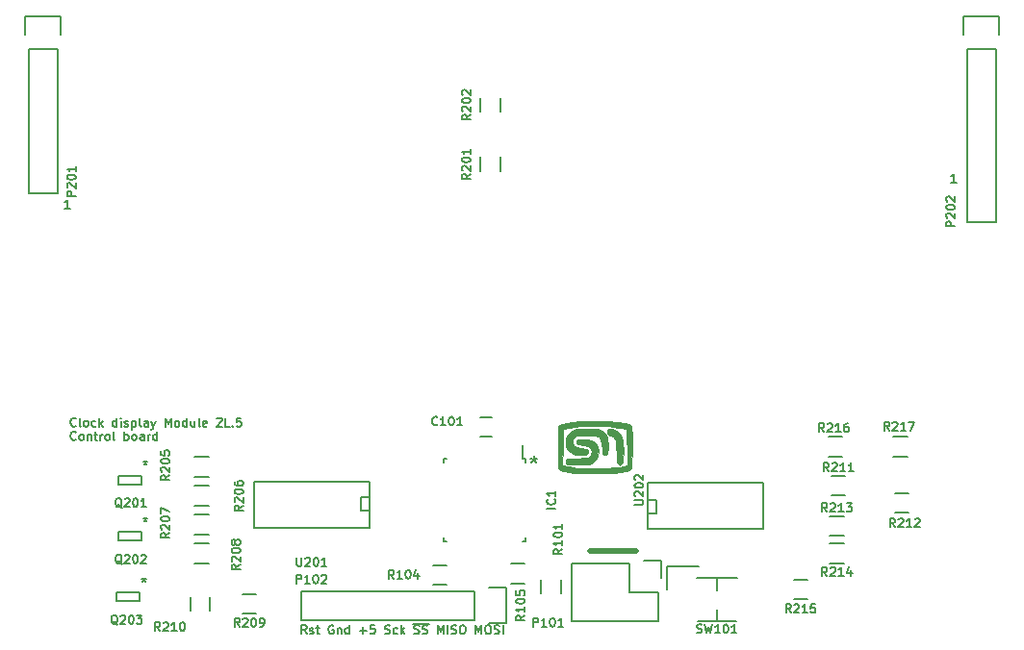
<source format=gto>
G04 #@! TF.FileFunction,Legend,Top*
%FSLAX46Y46*%
G04 Gerber Fmt 4.6, Leading zero omitted, Abs format (unit mm)*
G04 Created by KiCad (PCBNEW 4.0.0-2.201512072331+6194~38~ubuntu14.04.1-stable) date Sun 31 Jul 2016 10:30:43 AM CEST*
%MOMM*%
G01*
G04 APERTURE LIST*
%ADD10C,0.100000*%
%ADD11C,0.500000*%
%ADD12C,0.127000*%
%ADD13C,0.150000*%
%ADD14R,2.032000X1.727200*%
%ADD15O,2.032000X1.727200*%
%ADD16R,0.300000X0.525000*%
%ADD17R,1.300000X1.500000*%
%ADD18R,1.500000X1.300000*%
%ADD19R,0.600000X1.600000*%
%ADD20R,0.600000X1.500000*%
%ADD21R,1.727200X1.727200*%
%ADD22O,1.727200X1.727200*%
%ADD23R,0.600000X1.200000*%
%ADD24R,1.200000X0.600000*%
%ADD25R,0.700000X1.300000*%
%ADD26R,1.000000X1.250000*%
%ADD27C,0.609600*%
%ADD28R,1.600000X1.000000*%
%ADD29R,1.500000X1.500000*%
%ADD30C,1.500000*%
%ADD31C,1.524000*%
%ADD32R,1.727200X2.032000*%
%ADD33O,1.727200X2.032000*%
G04 APERTURE END LIST*
D10*
D11*
X167513000Y-91186000D02*
X171577000Y-91186000D01*
D12*
X121756714Y-61050714D02*
X121321286Y-61050714D01*
X121539000Y-61050714D02*
X121539000Y-60288714D01*
X121466429Y-60397571D01*
X121393857Y-60470143D01*
X121321286Y-60506429D01*
X199734714Y-58764714D02*
X199299286Y-58764714D01*
X199517000Y-58764714D02*
X199517000Y-58002714D01*
X199444429Y-58111571D01*
X199371857Y-58184143D01*
X199299286Y-58220429D01*
X122282857Y-80193243D02*
X122246571Y-80229529D01*
X122137714Y-80265814D01*
X122065143Y-80265814D01*
X121956286Y-80229529D01*
X121883714Y-80156957D01*
X121847429Y-80084386D01*
X121811143Y-79939243D01*
X121811143Y-79830386D01*
X121847429Y-79685243D01*
X121883714Y-79612671D01*
X121956286Y-79540100D01*
X122065143Y-79503814D01*
X122137714Y-79503814D01*
X122246571Y-79540100D01*
X122282857Y-79576386D01*
X122718286Y-80265814D02*
X122645714Y-80229529D01*
X122609429Y-80156957D01*
X122609429Y-79503814D01*
X123117429Y-80265814D02*
X123044857Y-80229529D01*
X123008572Y-80193243D01*
X122972286Y-80120671D01*
X122972286Y-79902957D01*
X123008572Y-79830386D01*
X123044857Y-79794100D01*
X123117429Y-79757814D01*
X123226286Y-79757814D01*
X123298857Y-79794100D01*
X123335143Y-79830386D01*
X123371429Y-79902957D01*
X123371429Y-80120671D01*
X123335143Y-80193243D01*
X123298857Y-80229529D01*
X123226286Y-80265814D01*
X123117429Y-80265814D01*
X124024572Y-80229529D02*
X123952001Y-80265814D01*
X123806858Y-80265814D01*
X123734286Y-80229529D01*
X123698001Y-80193243D01*
X123661715Y-80120671D01*
X123661715Y-79902957D01*
X123698001Y-79830386D01*
X123734286Y-79794100D01*
X123806858Y-79757814D01*
X123952001Y-79757814D01*
X124024572Y-79794100D01*
X124351144Y-80265814D02*
X124351144Y-79503814D01*
X124423715Y-79975529D02*
X124641429Y-80265814D01*
X124641429Y-79757814D02*
X124351144Y-80048100D01*
X125875143Y-80265814D02*
X125875143Y-79503814D01*
X125875143Y-80229529D02*
X125802572Y-80265814D01*
X125657429Y-80265814D01*
X125584857Y-80229529D01*
X125548572Y-80193243D01*
X125512286Y-80120671D01*
X125512286Y-79902957D01*
X125548572Y-79830386D01*
X125584857Y-79794100D01*
X125657429Y-79757814D01*
X125802572Y-79757814D01*
X125875143Y-79794100D01*
X126238001Y-80265814D02*
X126238001Y-79757814D01*
X126238001Y-79503814D02*
X126201715Y-79540100D01*
X126238001Y-79576386D01*
X126274286Y-79540100D01*
X126238001Y-79503814D01*
X126238001Y-79576386D01*
X126564572Y-80229529D02*
X126637143Y-80265814D01*
X126782286Y-80265814D01*
X126854858Y-80229529D01*
X126891143Y-80156957D01*
X126891143Y-80120671D01*
X126854858Y-80048100D01*
X126782286Y-80011814D01*
X126673429Y-80011814D01*
X126600858Y-79975529D01*
X126564572Y-79902957D01*
X126564572Y-79866671D01*
X126600858Y-79794100D01*
X126673429Y-79757814D01*
X126782286Y-79757814D01*
X126854858Y-79794100D01*
X127217715Y-79757814D02*
X127217715Y-80519814D01*
X127217715Y-79794100D02*
X127290286Y-79757814D01*
X127435429Y-79757814D01*
X127508000Y-79794100D01*
X127544286Y-79830386D01*
X127580572Y-79902957D01*
X127580572Y-80120671D01*
X127544286Y-80193243D01*
X127508000Y-80229529D01*
X127435429Y-80265814D01*
X127290286Y-80265814D01*
X127217715Y-80229529D01*
X128016001Y-80265814D02*
X127943429Y-80229529D01*
X127907144Y-80156957D01*
X127907144Y-79503814D01*
X128632858Y-80265814D02*
X128632858Y-79866671D01*
X128596572Y-79794100D01*
X128524001Y-79757814D01*
X128378858Y-79757814D01*
X128306287Y-79794100D01*
X128632858Y-80229529D02*
X128560287Y-80265814D01*
X128378858Y-80265814D01*
X128306287Y-80229529D01*
X128270001Y-80156957D01*
X128270001Y-80084386D01*
X128306287Y-80011814D01*
X128378858Y-79975529D01*
X128560287Y-79975529D01*
X128632858Y-79939243D01*
X128923144Y-79757814D02*
X129104573Y-80265814D01*
X129286001Y-79757814D02*
X129104573Y-80265814D01*
X129032001Y-80447243D01*
X128995716Y-80483529D01*
X128923144Y-80519814D01*
X130156858Y-80265814D02*
X130156858Y-79503814D01*
X130410858Y-80048100D01*
X130664858Y-79503814D01*
X130664858Y-80265814D01*
X131136572Y-80265814D02*
X131064000Y-80229529D01*
X131027715Y-80193243D01*
X130991429Y-80120671D01*
X130991429Y-79902957D01*
X131027715Y-79830386D01*
X131064000Y-79794100D01*
X131136572Y-79757814D01*
X131245429Y-79757814D01*
X131318000Y-79794100D01*
X131354286Y-79830386D01*
X131390572Y-79902957D01*
X131390572Y-80120671D01*
X131354286Y-80193243D01*
X131318000Y-80229529D01*
X131245429Y-80265814D01*
X131136572Y-80265814D01*
X132043715Y-80265814D02*
X132043715Y-79503814D01*
X132043715Y-80229529D02*
X131971144Y-80265814D01*
X131826001Y-80265814D01*
X131753429Y-80229529D01*
X131717144Y-80193243D01*
X131680858Y-80120671D01*
X131680858Y-79902957D01*
X131717144Y-79830386D01*
X131753429Y-79794100D01*
X131826001Y-79757814D01*
X131971144Y-79757814D01*
X132043715Y-79794100D01*
X132733144Y-79757814D02*
X132733144Y-80265814D01*
X132406573Y-79757814D02*
X132406573Y-80156957D01*
X132442858Y-80229529D01*
X132515430Y-80265814D01*
X132624287Y-80265814D01*
X132696858Y-80229529D01*
X132733144Y-80193243D01*
X133204859Y-80265814D02*
X133132287Y-80229529D01*
X133096002Y-80156957D01*
X133096002Y-79503814D01*
X133785430Y-80229529D02*
X133712859Y-80265814D01*
X133567716Y-80265814D01*
X133495145Y-80229529D01*
X133458859Y-80156957D01*
X133458859Y-79866671D01*
X133495145Y-79794100D01*
X133567716Y-79757814D01*
X133712859Y-79757814D01*
X133785430Y-79794100D01*
X133821716Y-79866671D01*
X133821716Y-79939243D01*
X133458859Y-80011814D01*
X134692573Y-79576386D02*
X134728859Y-79540100D01*
X134801430Y-79503814D01*
X134982859Y-79503814D01*
X135055430Y-79540100D01*
X135091716Y-79576386D01*
X135128001Y-79648957D01*
X135128001Y-79721529D01*
X135091716Y-79830386D01*
X134656287Y-80265814D01*
X135128001Y-80265814D01*
X135817430Y-80265814D02*
X135454573Y-80265814D01*
X135454573Y-79503814D01*
X136071430Y-80193243D02*
X136107715Y-80229529D01*
X136071430Y-80265814D01*
X136035144Y-80229529D01*
X136071430Y-80193243D01*
X136071430Y-80265814D01*
X136797144Y-79503814D02*
X136434287Y-79503814D01*
X136398001Y-79866671D01*
X136434287Y-79830386D01*
X136506858Y-79794100D01*
X136688287Y-79794100D01*
X136760858Y-79830386D01*
X136797144Y-79866671D01*
X136833429Y-79939243D01*
X136833429Y-80120671D01*
X136797144Y-80193243D01*
X136760858Y-80229529D01*
X136688287Y-80265814D01*
X136506858Y-80265814D01*
X136434287Y-80229529D01*
X136398001Y-80193243D01*
X122282857Y-81387043D02*
X122246571Y-81423329D01*
X122137714Y-81459614D01*
X122065143Y-81459614D01*
X121956286Y-81423329D01*
X121883714Y-81350757D01*
X121847429Y-81278186D01*
X121811143Y-81133043D01*
X121811143Y-81024186D01*
X121847429Y-80879043D01*
X121883714Y-80806471D01*
X121956286Y-80733900D01*
X122065143Y-80697614D01*
X122137714Y-80697614D01*
X122246571Y-80733900D01*
X122282857Y-80770186D01*
X122718286Y-81459614D02*
X122645714Y-81423329D01*
X122609429Y-81387043D01*
X122573143Y-81314471D01*
X122573143Y-81096757D01*
X122609429Y-81024186D01*
X122645714Y-80987900D01*
X122718286Y-80951614D01*
X122827143Y-80951614D01*
X122899714Y-80987900D01*
X122936000Y-81024186D01*
X122972286Y-81096757D01*
X122972286Y-81314471D01*
X122936000Y-81387043D01*
X122899714Y-81423329D01*
X122827143Y-81459614D01*
X122718286Y-81459614D01*
X123298858Y-80951614D02*
X123298858Y-81459614D01*
X123298858Y-81024186D02*
X123335143Y-80987900D01*
X123407715Y-80951614D01*
X123516572Y-80951614D01*
X123589143Y-80987900D01*
X123625429Y-81060471D01*
X123625429Y-81459614D01*
X123879429Y-80951614D02*
X124169715Y-80951614D01*
X123988287Y-80697614D02*
X123988287Y-81350757D01*
X124024572Y-81423329D01*
X124097144Y-81459614D01*
X124169715Y-81459614D01*
X124423716Y-81459614D02*
X124423716Y-80951614D01*
X124423716Y-81096757D02*
X124460001Y-81024186D01*
X124496287Y-80987900D01*
X124568858Y-80951614D01*
X124641430Y-80951614D01*
X125004287Y-81459614D02*
X124931715Y-81423329D01*
X124895430Y-81387043D01*
X124859144Y-81314471D01*
X124859144Y-81096757D01*
X124895430Y-81024186D01*
X124931715Y-80987900D01*
X125004287Y-80951614D01*
X125113144Y-80951614D01*
X125185715Y-80987900D01*
X125222001Y-81024186D01*
X125258287Y-81096757D01*
X125258287Y-81314471D01*
X125222001Y-81387043D01*
X125185715Y-81423329D01*
X125113144Y-81459614D01*
X125004287Y-81459614D01*
X125693716Y-81459614D02*
X125621144Y-81423329D01*
X125584859Y-81350757D01*
X125584859Y-80697614D01*
X126564573Y-81459614D02*
X126564573Y-80697614D01*
X126564573Y-80987900D02*
X126637144Y-80951614D01*
X126782287Y-80951614D01*
X126854858Y-80987900D01*
X126891144Y-81024186D01*
X126927430Y-81096757D01*
X126927430Y-81314471D01*
X126891144Y-81387043D01*
X126854858Y-81423329D01*
X126782287Y-81459614D01*
X126637144Y-81459614D01*
X126564573Y-81423329D01*
X127362859Y-81459614D02*
X127290287Y-81423329D01*
X127254002Y-81387043D01*
X127217716Y-81314471D01*
X127217716Y-81096757D01*
X127254002Y-81024186D01*
X127290287Y-80987900D01*
X127362859Y-80951614D01*
X127471716Y-80951614D01*
X127544287Y-80987900D01*
X127580573Y-81024186D01*
X127616859Y-81096757D01*
X127616859Y-81314471D01*
X127580573Y-81387043D01*
X127544287Y-81423329D01*
X127471716Y-81459614D01*
X127362859Y-81459614D01*
X128270002Y-81459614D02*
X128270002Y-81060471D01*
X128233716Y-80987900D01*
X128161145Y-80951614D01*
X128016002Y-80951614D01*
X127943431Y-80987900D01*
X128270002Y-81423329D02*
X128197431Y-81459614D01*
X128016002Y-81459614D01*
X127943431Y-81423329D01*
X127907145Y-81350757D01*
X127907145Y-81278186D01*
X127943431Y-81205614D01*
X128016002Y-81169329D01*
X128197431Y-81169329D01*
X128270002Y-81133043D01*
X128632860Y-81459614D02*
X128632860Y-80951614D01*
X128632860Y-81096757D02*
X128669145Y-81024186D01*
X128705431Y-80987900D01*
X128778002Y-80951614D01*
X128850574Y-80951614D01*
X129431145Y-81459614D02*
X129431145Y-80697614D01*
X129431145Y-81423329D02*
X129358574Y-81459614D01*
X129213431Y-81459614D01*
X129140859Y-81423329D01*
X129104574Y-81387043D01*
X129068288Y-81314471D01*
X129068288Y-81096757D01*
X129104574Y-81024186D01*
X129140859Y-80987900D01*
X129213431Y-80951614D01*
X129358574Y-80951614D01*
X129431145Y-80987900D01*
X162560001Y-82870524D02*
X162560001Y-83172905D01*
X162257620Y-83051952D02*
X162560001Y-83172905D01*
X162862381Y-83051952D01*
X162378572Y-83414810D02*
X162560001Y-83172905D01*
X162741429Y-83414810D01*
X142584716Y-98515714D02*
X142330716Y-98152857D01*
X142149288Y-98515714D02*
X142149288Y-97753714D01*
X142439573Y-97753714D01*
X142512145Y-97790000D01*
X142548430Y-97826286D01*
X142584716Y-97898857D01*
X142584716Y-98007714D01*
X142548430Y-98080286D01*
X142512145Y-98116571D01*
X142439573Y-98152857D01*
X142149288Y-98152857D01*
X142875002Y-98479429D02*
X142947573Y-98515714D01*
X143092716Y-98515714D01*
X143165288Y-98479429D01*
X143201573Y-98406857D01*
X143201573Y-98370571D01*
X143165288Y-98298000D01*
X143092716Y-98261714D01*
X142983859Y-98261714D01*
X142911288Y-98225429D01*
X142875002Y-98152857D01*
X142875002Y-98116571D01*
X142911288Y-98044000D01*
X142983859Y-98007714D01*
X143092716Y-98007714D01*
X143165288Y-98044000D01*
X143419287Y-98007714D02*
X143709573Y-98007714D01*
X143528145Y-97753714D02*
X143528145Y-98406857D01*
X143564430Y-98479429D01*
X143637002Y-98515714D01*
X143709573Y-98515714D01*
X144943287Y-97790000D02*
X144870716Y-97753714D01*
X144761859Y-97753714D01*
X144653002Y-97790000D01*
X144580430Y-97862571D01*
X144544145Y-97935143D01*
X144507859Y-98080286D01*
X144507859Y-98189143D01*
X144544145Y-98334286D01*
X144580430Y-98406857D01*
X144653002Y-98479429D01*
X144761859Y-98515714D01*
X144834430Y-98515714D01*
X144943287Y-98479429D01*
X144979573Y-98443143D01*
X144979573Y-98189143D01*
X144834430Y-98189143D01*
X145306145Y-98007714D02*
X145306145Y-98515714D01*
X145306145Y-98080286D02*
X145342430Y-98044000D01*
X145415002Y-98007714D01*
X145523859Y-98007714D01*
X145596430Y-98044000D01*
X145632716Y-98116571D01*
X145632716Y-98515714D01*
X146322145Y-98515714D02*
X146322145Y-97753714D01*
X146322145Y-98479429D02*
X146249574Y-98515714D01*
X146104431Y-98515714D01*
X146031859Y-98479429D01*
X145995574Y-98443143D01*
X145959288Y-98370571D01*
X145959288Y-98152857D01*
X145995574Y-98080286D01*
X146031859Y-98044000D01*
X146104431Y-98007714D01*
X146249574Y-98007714D01*
X146322145Y-98044000D01*
X147265574Y-98225429D02*
X147846145Y-98225429D01*
X147555859Y-98515714D02*
X147555859Y-97935143D01*
X148571860Y-97753714D02*
X148209003Y-97753714D01*
X148172717Y-98116571D01*
X148209003Y-98080286D01*
X148281574Y-98044000D01*
X148463003Y-98044000D01*
X148535574Y-98080286D01*
X148571860Y-98116571D01*
X148608145Y-98189143D01*
X148608145Y-98370571D01*
X148571860Y-98443143D01*
X148535574Y-98479429D01*
X148463003Y-98515714D01*
X148281574Y-98515714D01*
X148209003Y-98479429D01*
X148172717Y-98443143D01*
X149479002Y-98479429D02*
X149587859Y-98515714D01*
X149769288Y-98515714D01*
X149841859Y-98479429D01*
X149878145Y-98443143D01*
X149914430Y-98370571D01*
X149914430Y-98298000D01*
X149878145Y-98225429D01*
X149841859Y-98189143D01*
X149769288Y-98152857D01*
X149624145Y-98116571D01*
X149551573Y-98080286D01*
X149515288Y-98044000D01*
X149479002Y-97971429D01*
X149479002Y-97898857D01*
X149515288Y-97826286D01*
X149551573Y-97790000D01*
X149624145Y-97753714D01*
X149805573Y-97753714D01*
X149914430Y-97790000D01*
X150567573Y-98479429D02*
X150495002Y-98515714D01*
X150349859Y-98515714D01*
X150277287Y-98479429D01*
X150241002Y-98443143D01*
X150204716Y-98370571D01*
X150204716Y-98152857D01*
X150241002Y-98080286D01*
X150277287Y-98044000D01*
X150349859Y-98007714D01*
X150495002Y-98007714D01*
X150567573Y-98044000D01*
X150894145Y-98515714D02*
X150894145Y-97753714D01*
X150966716Y-98225429D02*
X151184430Y-98515714D01*
X151184430Y-98007714D02*
X150894145Y-98298000D01*
X152055287Y-98479429D02*
X152164144Y-98515714D01*
X152345573Y-98515714D01*
X152418144Y-98479429D01*
X152454430Y-98443143D01*
X152490715Y-98370571D01*
X152490715Y-98298000D01*
X152454430Y-98225429D01*
X152418144Y-98189143D01*
X152345573Y-98152857D01*
X152200430Y-98116571D01*
X152127858Y-98080286D01*
X152091573Y-98044000D01*
X152055287Y-97971429D01*
X152055287Y-97898857D01*
X152091573Y-97826286D01*
X152127858Y-97790000D01*
X152200430Y-97753714D01*
X152381858Y-97753714D01*
X152490715Y-97790000D01*
X152781001Y-98479429D02*
X152889858Y-98515714D01*
X153071287Y-98515714D01*
X153143858Y-98479429D01*
X153180144Y-98443143D01*
X153216429Y-98370571D01*
X153216429Y-98298000D01*
X153180144Y-98225429D01*
X153143858Y-98189143D01*
X153071287Y-98152857D01*
X152926144Y-98116571D01*
X152853572Y-98080286D01*
X152817287Y-98044000D01*
X152781001Y-97971429D01*
X152781001Y-97898857D01*
X152817287Y-97826286D01*
X152853572Y-97790000D01*
X152926144Y-97753714D01*
X153107572Y-97753714D01*
X153216429Y-97790000D01*
X151910144Y-97622360D02*
X153361572Y-97622360D01*
X154123572Y-98515714D02*
X154123572Y-97753714D01*
X154377572Y-98298000D01*
X154631572Y-97753714D01*
X154631572Y-98515714D01*
X154994429Y-98515714D02*
X154994429Y-97753714D01*
X155321000Y-98479429D02*
X155429857Y-98515714D01*
X155611286Y-98515714D01*
X155683857Y-98479429D01*
X155720143Y-98443143D01*
X155756428Y-98370571D01*
X155756428Y-98298000D01*
X155720143Y-98225429D01*
X155683857Y-98189143D01*
X155611286Y-98152857D01*
X155466143Y-98116571D01*
X155393571Y-98080286D01*
X155357286Y-98044000D01*
X155321000Y-97971429D01*
X155321000Y-97898857D01*
X155357286Y-97826286D01*
X155393571Y-97790000D01*
X155466143Y-97753714D01*
X155647571Y-97753714D01*
X155756428Y-97790000D01*
X156228142Y-97753714D02*
X156373285Y-97753714D01*
X156445857Y-97790000D01*
X156518428Y-97862571D01*
X156554714Y-98007714D01*
X156554714Y-98261714D01*
X156518428Y-98406857D01*
X156445857Y-98479429D01*
X156373285Y-98515714D01*
X156228142Y-98515714D01*
X156155571Y-98479429D01*
X156083000Y-98406857D01*
X156046714Y-98261714D01*
X156046714Y-98007714D01*
X156083000Y-97862571D01*
X156155571Y-97790000D01*
X156228142Y-97753714D01*
X157461857Y-98515714D02*
X157461857Y-97753714D01*
X157715857Y-98298000D01*
X157969857Y-97753714D01*
X157969857Y-98515714D01*
X158477856Y-97753714D02*
X158622999Y-97753714D01*
X158695571Y-97790000D01*
X158768142Y-97862571D01*
X158804428Y-98007714D01*
X158804428Y-98261714D01*
X158768142Y-98406857D01*
X158695571Y-98479429D01*
X158622999Y-98515714D01*
X158477856Y-98515714D01*
X158405285Y-98479429D01*
X158332714Y-98406857D01*
X158296428Y-98261714D01*
X158296428Y-98007714D01*
X158332714Y-97862571D01*
X158405285Y-97790000D01*
X158477856Y-97753714D01*
X159094714Y-98479429D02*
X159203571Y-98515714D01*
X159385000Y-98515714D01*
X159457571Y-98479429D01*
X159493857Y-98443143D01*
X159530142Y-98370571D01*
X159530142Y-98298000D01*
X159493857Y-98225429D01*
X159457571Y-98189143D01*
X159385000Y-98152857D01*
X159239857Y-98116571D01*
X159167285Y-98080286D01*
X159131000Y-98044000D01*
X159094714Y-97971429D01*
X159094714Y-97898857D01*
X159131000Y-97826286D01*
X159167285Y-97790000D01*
X159239857Y-97753714D01*
X159421285Y-97753714D01*
X159530142Y-97790000D01*
X159856714Y-98515714D02*
X159856714Y-97753714D01*
D13*
X128016000Y-85344000D02*
X125984000Y-85344000D01*
X125984000Y-85344000D02*
X125984000Y-84582000D01*
X125984000Y-84582000D02*
X128016000Y-84582000D01*
X128016000Y-84582000D02*
X128016000Y-85344000D01*
X128016000Y-90297000D02*
X125984000Y-90297000D01*
X125984000Y-90297000D02*
X125984000Y-89535000D01*
X125984000Y-89535000D02*
X128016000Y-89535000D01*
X128016000Y-89535000D02*
X128016000Y-90297000D01*
X127889000Y-95631000D02*
X125857000Y-95631000D01*
X125857000Y-95631000D02*
X125857000Y-94869000D01*
X125857000Y-94869000D02*
X127889000Y-94869000D01*
X127889000Y-94869000D02*
X127889000Y-95631000D01*
X164959000Y-93761000D02*
X164959000Y-94961000D01*
X163209000Y-94961000D02*
X163209000Y-93761000D01*
X159625000Y-56550000D02*
X159625000Y-57750000D01*
X157875000Y-57750000D02*
X157875000Y-56550000D01*
X159625000Y-51343000D02*
X159625000Y-52543000D01*
X157875000Y-52543000D02*
X157875000Y-51343000D01*
X133950000Y-84695000D02*
X132750000Y-84695000D01*
X132750000Y-82945000D02*
X133950000Y-82945000D01*
X133950000Y-87235000D02*
X132750000Y-87235000D01*
X132750000Y-85485000D02*
X133950000Y-85485000D01*
X133950000Y-89775000D02*
X132750000Y-89775000D01*
X132750000Y-88025000D02*
X133950000Y-88025000D01*
X133950000Y-92315000D02*
X132750000Y-92315000D01*
X132750000Y-90565000D02*
X133950000Y-90565000D01*
X138141000Y-96760000D02*
X136941000Y-96760000D01*
X136941000Y-95010000D02*
X138141000Y-95010000D01*
X134098000Y-95285000D02*
X134098000Y-96485000D01*
X132348000Y-96485000D02*
X132348000Y-95285000D01*
X188757000Y-84596000D02*
X189957000Y-84596000D01*
X189957000Y-86346000D02*
X188757000Y-86346000D01*
X194345000Y-86120000D02*
X195545000Y-86120000D01*
X195545000Y-87870000D02*
X194345000Y-87870000D01*
X188630000Y-88152000D02*
X189830000Y-88152000D01*
X189830000Y-89902000D02*
X188630000Y-89902000D01*
X188630000Y-90565000D02*
X189830000Y-90565000D01*
X189830000Y-92315000D02*
X188630000Y-92315000D01*
X185455000Y-93740000D02*
X186655000Y-93740000D01*
X186655000Y-95490000D02*
X185455000Y-95490000D01*
X188503000Y-81167000D02*
X189703000Y-81167000D01*
X189703000Y-82917000D02*
X188503000Y-82917000D01*
X194218000Y-81167000D02*
X195418000Y-81167000D01*
X195418000Y-82917000D02*
X194218000Y-82917000D01*
X148082000Y-87630000D02*
X147320000Y-87630000D01*
X147320000Y-87630000D02*
X147320000Y-86487000D01*
X147320000Y-86487000D02*
X148082000Y-86487000D01*
X148082000Y-89154000D02*
X137922000Y-89154000D01*
X137922000Y-89154000D02*
X137922000Y-85090000D01*
X137922000Y-85090000D02*
X148082000Y-85090000D01*
X148082000Y-85090000D02*
X148082000Y-89154000D01*
X172593000Y-86741000D02*
X173355000Y-86741000D01*
X173355000Y-86741000D02*
X173355000Y-87884000D01*
X173355000Y-87884000D02*
X172593000Y-87884000D01*
X172593000Y-85217000D02*
X182753000Y-85217000D01*
X182753000Y-85217000D02*
X182753000Y-89281000D01*
X182753000Y-89281000D02*
X172593000Y-89281000D01*
X172593000Y-89281000D02*
X172593000Y-85217000D01*
X170942000Y-92329000D02*
X165862000Y-92329000D01*
X173762000Y-92049000D02*
X173762000Y-93599000D01*
X173482000Y-94869000D02*
X170942000Y-94869000D01*
X170942000Y-94869000D02*
X170942000Y-92329000D01*
X165862000Y-92329000D02*
X165862000Y-97409000D01*
X165862000Y-97409000D02*
X170942000Y-97409000D01*
X173762000Y-92049000D02*
X172212000Y-92049000D01*
X173482000Y-97409000D02*
X173482000Y-94869000D01*
X170942000Y-97409000D02*
X173482000Y-97409000D01*
X120650000Y-46990000D02*
X120650000Y-59690000D01*
X120650000Y-59690000D02*
X118110000Y-59690000D01*
X118110000Y-59690000D02*
X118110000Y-46990000D01*
X120930000Y-44170000D02*
X120930000Y-45720000D01*
X120650000Y-46990000D02*
X118110000Y-46990000D01*
X117830000Y-45720000D02*
X117830000Y-44170000D01*
X117830000Y-44170000D02*
X120930000Y-44170000D01*
X203200000Y-46990000D02*
X203200000Y-62230000D01*
X203200000Y-62230000D02*
X200660000Y-62230000D01*
X200660000Y-62230000D02*
X200660000Y-46990000D01*
X203480000Y-44170000D02*
X203480000Y-45720000D01*
X203200000Y-46990000D02*
X200660000Y-46990000D01*
X200380000Y-45720000D02*
X200380000Y-44170000D01*
X200380000Y-44170000D02*
X203480000Y-44170000D01*
X161867000Y-83116000D02*
X161567000Y-83116000D01*
X161867000Y-90366000D02*
X161567000Y-90366000D01*
X154617000Y-90366000D02*
X154917000Y-90366000D01*
X154617000Y-83116000D02*
X154917000Y-83116000D01*
X161867000Y-83116000D02*
X161867000Y-83416000D01*
X154617000Y-83116000D02*
X154617000Y-83416000D01*
X154617000Y-90366000D02*
X154617000Y-90066000D01*
X161867000Y-90366000D02*
X161867000Y-90066000D01*
X161567000Y-83116000D02*
X161567000Y-81891000D01*
D10*
G36*
X171198378Y-81298418D02*
X171196238Y-81892076D01*
X171196000Y-82076945D01*
X171194032Y-82717217D01*
X171187365Y-83207453D01*
X171174856Y-83566914D01*
X171155361Y-83814861D01*
X171127735Y-83970554D01*
X171090835Y-84053252D01*
X171077831Y-84066670D01*
X170910596Y-84138142D01*
X170772667Y-84168474D01*
X170772667Y-83714748D01*
X170772667Y-82121371D01*
X170768611Y-81600909D01*
X170757250Y-81151332D01*
X170739795Y-80797665D01*
X170717453Y-80564937D01*
X170693275Y-80478926D01*
X170581827Y-80448092D01*
X170339552Y-80401619D01*
X170003493Y-80346095D01*
X169656108Y-80294485D01*
X169027640Y-80232536D01*
X168300051Y-80204245D01*
X167530137Y-80208497D01*
X166774692Y-80244179D01*
X166090514Y-80310176D01*
X165692667Y-80372237D01*
X165142333Y-80476859D01*
X165119366Y-82098143D01*
X165096399Y-83719426D01*
X165669699Y-83810198D01*
X166005613Y-83862928D01*
X166310424Y-83910002D01*
X166497000Y-83938091D01*
X166737169Y-83955739D01*
X167108525Y-83962161D01*
X167573383Y-83958617D01*
X168094057Y-83946364D01*
X168632862Y-83926660D01*
X169152112Y-83900761D01*
X169614122Y-83869926D01*
X169981206Y-83835412D01*
X170116500Y-83817306D01*
X170772667Y-83714748D01*
X170772667Y-84168474D01*
X170601275Y-84206166D01*
X170177113Y-84268037D01*
X169665356Y-84321051D01*
X169093249Y-84362504D01*
X168488039Y-84389692D01*
X167876969Y-84399910D01*
X167724667Y-84399483D01*
X167239669Y-84394260D01*
X166800889Y-84386201D01*
X166442154Y-84376183D01*
X166197292Y-84365080D01*
X166116000Y-84357816D01*
X165609428Y-84274236D01*
X165201639Y-84191708D01*
X164916462Y-84115632D01*
X164782500Y-84055674D01*
X164745465Y-83977849D01*
X164717306Y-83802790D01*
X164697198Y-83515075D01*
X164684317Y-83099284D01*
X164677837Y-82539996D01*
X164676667Y-82076945D01*
X164677618Y-81460599D01*
X164681577Y-80992164D01*
X164690200Y-80650224D01*
X164705144Y-80413362D01*
X164728066Y-80260160D01*
X164760622Y-80169203D01*
X164804468Y-80119073D01*
X164829312Y-80103597D01*
X165095200Y-80010179D01*
X165500761Y-79930175D01*
X166016773Y-79864830D01*
X166614015Y-79815389D01*
X167263264Y-79783099D01*
X167935298Y-79769204D01*
X168600896Y-79774950D01*
X169230834Y-79801582D01*
X169795891Y-79850346D01*
X170034193Y-79881783D01*
X170399658Y-79933423D01*
X170679762Y-79978352D01*
X170885766Y-80037847D01*
X171028929Y-80133182D01*
X171120512Y-80285632D01*
X171171775Y-80516471D01*
X171193977Y-80846975D01*
X171198378Y-81298418D01*
X171198378Y-81298418D01*
X171198378Y-81298418D01*
G37*
X171198378Y-81298418D02*
X171196238Y-81892076D01*
X171196000Y-82076945D01*
X171194032Y-82717217D01*
X171187365Y-83207453D01*
X171174856Y-83566914D01*
X171155361Y-83814861D01*
X171127735Y-83970554D01*
X171090835Y-84053252D01*
X171077831Y-84066670D01*
X170910596Y-84138142D01*
X170772667Y-84168474D01*
X170772667Y-83714748D01*
X170772667Y-82121371D01*
X170768611Y-81600909D01*
X170757250Y-81151332D01*
X170739795Y-80797665D01*
X170717453Y-80564937D01*
X170693275Y-80478926D01*
X170581827Y-80448092D01*
X170339552Y-80401619D01*
X170003493Y-80346095D01*
X169656108Y-80294485D01*
X169027640Y-80232536D01*
X168300051Y-80204245D01*
X167530137Y-80208497D01*
X166774692Y-80244179D01*
X166090514Y-80310176D01*
X165692667Y-80372237D01*
X165142333Y-80476859D01*
X165119366Y-82098143D01*
X165096399Y-83719426D01*
X165669699Y-83810198D01*
X166005613Y-83862928D01*
X166310424Y-83910002D01*
X166497000Y-83938091D01*
X166737169Y-83955739D01*
X167108525Y-83962161D01*
X167573383Y-83958617D01*
X168094057Y-83946364D01*
X168632862Y-83926660D01*
X169152112Y-83900761D01*
X169614122Y-83869926D01*
X169981206Y-83835412D01*
X170116500Y-83817306D01*
X170772667Y-83714748D01*
X170772667Y-84168474D01*
X170601275Y-84206166D01*
X170177113Y-84268037D01*
X169665356Y-84321051D01*
X169093249Y-84362504D01*
X168488039Y-84389692D01*
X167876969Y-84399910D01*
X167724667Y-84399483D01*
X167239669Y-84394260D01*
X166800889Y-84386201D01*
X166442154Y-84376183D01*
X166197292Y-84365080D01*
X166116000Y-84357816D01*
X165609428Y-84274236D01*
X165201639Y-84191708D01*
X164916462Y-84115632D01*
X164782500Y-84055674D01*
X164745465Y-83977849D01*
X164717306Y-83802790D01*
X164697198Y-83515075D01*
X164684317Y-83099284D01*
X164677837Y-82539996D01*
X164676667Y-82076945D01*
X164677618Y-81460599D01*
X164681577Y-80992164D01*
X164690200Y-80650224D01*
X164705144Y-80413362D01*
X164728066Y-80260160D01*
X164760622Y-80169203D01*
X164804468Y-80119073D01*
X164829312Y-80103597D01*
X165095200Y-80010179D01*
X165500761Y-79930175D01*
X166016773Y-79864830D01*
X166614015Y-79815389D01*
X167263264Y-79783099D01*
X167935298Y-79769204D01*
X168600896Y-79774950D01*
X169230834Y-79801582D01*
X169795891Y-79850346D01*
X170034193Y-79881783D01*
X170399658Y-79933423D01*
X170679762Y-79978352D01*
X170885766Y-80037847D01*
X171028929Y-80133182D01*
X171120512Y-80285632D01*
X171171775Y-80516471D01*
X171193977Y-80846975D01*
X171198378Y-81298418D01*
X171198378Y-81298418D01*
G36*
X168236670Y-82443396D02*
X168189189Y-82826950D01*
X168024447Y-83176481D01*
X167750161Y-83445811D01*
X167608903Y-83519168D01*
X167420567Y-83569105D01*
X167149715Y-83600878D01*
X166760911Y-83619742D01*
X166539333Y-83625393D01*
X166142939Y-83629691D01*
X165804647Y-83625729D01*
X165562870Y-83614450D01*
X165459833Y-83598953D01*
X165370971Y-83481885D01*
X165362884Y-83303760D01*
X165430694Y-83149596D01*
X165487925Y-83109391D01*
X165626727Y-83087378D01*
X165890799Y-83070077D01*
X166236093Y-83059813D01*
X166461591Y-83058000D01*
X166943135Y-83042429D01*
X167279671Y-82988481D01*
X167493272Y-82885299D01*
X167606013Y-82722028D01*
X167639967Y-82487811D01*
X167640000Y-82478455D01*
X167573502Y-82214492D01*
X167368858Y-82027644D01*
X167018342Y-81912320D01*
X166816924Y-81882904D01*
X166541361Y-81847063D01*
X166394693Y-81801056D01*
X166336873Y-81723255D01*
X166327667Y-81618666D01*
X166338631Y-81504268D01*
X166396964Y-81437955D01*
X166540824Y-81403166D01*
X166808369Y-81383341D01*
X166878000Y-81379817D01*
X167294280Y-81383844D01*
X167593980Y-81448245D01*
X167688279Y-81490786D01*
X167984942Y-81735094D01*
X168168163Y-82066037D01*
X168236670Y-82443396D01*
X168236670Y-82443396D01*
X168236670Y-82443396D01*
G37*
X168236670Y-82443396D02*
X168189189Y-82826950D01*
X168024447Y-83176481D01*
X167750161Y-83445811D01*
X167608903Y-83519168D01*
X167420567Y-83569105D01*
X167149715Y-83600878D01*
X166760911Y-83619742D01*
X166539333Y-83625393D01*
X166142939Y-83629691D01*
X165804647Y-83625729D01*
X165562870Y-83614450D01*
X165459833Y-83598953D01*
X165370971Y-83481885D01*
X165362884Y-83303760D01*
X165430694Y-83149596D01*
X165487925Y-83109391D01*
X165626727Y-83087378D01*
X165890799Y-83070077D01*
X166236093Y-83059813D01*
X166461591Y-83058000D01*
X166943135Y-83042429D01*
X167279671Y-82988481D01*
X167493272Y-82885299D01*
X167606013Y-82722028D01*
X167639967Y-82487811D01*
X167640000Y-82478455D01*
X167573502Y-82214492D01*
X167368858Y-82027644D01*
X167018342Y-81912320D01*
X166816924Y-81882904D01*
X166541361Y-81847063D01*
X166394693Y-81801056D01*
X166336873Y-81723255D01*
X166327667Y-81618666D01*
X166338631Y-81504268D01*
X166396964Y-81437955D01*
X166540824Y-81403166D01*
X166808369Y-81383341D01*
X166878000Y-81379817D01*
X167294280Y-81383844D01*
X167593980Y-81448245D01*
X167688279Y-81490786D01*
X167984942Y-81735094D01*
X168168163Y-82066037D01*
X168236670Y-82443396D01*
X168236670Y-82443396D01*
G36*
X170433068Y-82534399D02*
X170413138Y-83057157D01*
X170352339Y-83420069D01*
X170251294Y-83621846D01*
X170110624Y-83661203D01*
X169942933Y-83549066D01*
X169889682Y-83403488D01*
X169855686Y-83096882D01*
X169841676Y-82636537D01*
X169841333Y-82537050D01*
X169832764Y-82139735D01*
X169809630Y-81787407D01*
X169775790Y-81525877D01*
X169747241Y-81420124D01*
X169603675Y-81250654D01*
X169369328Y-81103565D01*
X169323908Y-81084284D01*
X169102838Y-80973786D01*
X169008007Y-80847972D01*
X168994667Y-80742685D01*
X169058639Y-80566243D01*
X169226569Y-80482667D01*
X169462475Y-80489481D01*
X169730374Y-80584205D01*
X169994284Y-80764361D01*
X170048278Y-80815255D01*
X170199560Y-80991985D01*
X170306216Y-81191797D01*
X170375517Y-81447186D01*
X170414737Y-81790649D01*
X170431149Y-82254682D01*
X170433068Y-82534399D01*
X170433068Y-82534399D01*
X170433068Y-82534399D01*
G37*
X170433068Y-82534399D02*
X170413138Y-83057157D01*
X170352339Y-83420069D01*
X170251294Y-83621846D01*
X170110624Y-83661203D01*
X169942933Y-83549066D01*
X169889682Y-83403488D01*
X169855686Y-83096882D01*
X169841676Y-82636537D01*
X169841333Y-82537050D01*
X169832764Y-82139735D01*
X169809630Y-81787407D01*
X169775790Y-81525877D01*
X169747241Y-81420124D01*
X169603675Y-81250654D01*
X169369328Y-81103565D01*
X169323908Y-81084284D01*
X169102838Y-80973786D01*
X169008007Y-80847972D01*
X168994667Y-80742685D01*
X169058639Y-80566243D01*
X169226569Y-80482667D01*
X169462475Y-80489481D01*
X169730374Y-80584205D01*
X169994284Y-80764361D01*
X170048278Y-80815255D01*
X170199560Y-80991985D01*
X170306216Y-81191797D01*
X170375517Y-81447186D01*
X170414737Y-81790649D01*
X170431149Y-82254682D01*
X170433068Y-82534399D01*
X170433068Y-82534399D01*
G36*
X169089199Y-82168520D02*
X169065174Y-82465519D01*
X169013217Y-82675327D01*
X168952333Y-82749951D01*
X168760305Y-82780023D01*
X168639857Y-82683621D01*
X168581111Y-82446874D01*
X168571333Y-82214909D01*
X168536254Y-81719412D01*
X168428985Y-81369937D01*
X168246479Y-81157931D01*
X168182135Y-81122336D01*
X168004694Y-81079401D01*
X167709586Y-81046319D01*
X167348408Y-81028058D01*
X167181767Y-81026000D01*
X166790142Y-81031548D01*
X166525346Y-81053080D01*
X166345098Y-81097927D01*
X166207114Y-81173422D01*
X166169751Y-81201478D01*
X165990754Y-81430739D01*
X165953202Y-81693950D01*
X166060386Y-81940950D01*
X166117312Y-82000854D01*
X166340206Y-82115454D01*
X166689642Y-82186508D01*
X166773479Y-82194644D01*
X167137848Y-82251077D01*
X167338648Y-82348606D01*
X167376808Y-82488155D01*
X167253257Y-82670647D01*
X167252952Y-82670952D01*
X167055853Y-82768949D01*
X166733223Y-82786715D01*
X166273121Y-82724860D01*
X166256751Y-82721719D01*
X165877002Y-82575080D01*
X165598556Y-82323501D01*
X165425496Y-82000686D01*
X165361901Y-81640335D01*
X165411854Y-81276151D01*
X165579435Y-80941837D01*
X165868726Y-80671094D01*
X165999528Y-80597569D01*
X166182860Y-80518187D01*
X166366289Y-80467824D01*
X166591337Y-80441875D01*
X166899528Y-80435734D01*
X167332384Y-80444796D01*
X167367491Y-80445852D01*
X167860486Y-80468266D01*
X168218435Y-80508823D01*
X168475523Y-80579716D01*
X168665932Y-80693137D01*
X168823845Y-80861277D01*
X168921625Y-81000171D01*
X169001505Y-81200154D01*
X169056582Y-81491259D01*
X169086074Y-81828907D01*
X169089199Y-82168520D01*
X169089199Y-82168520D01*
X169089199Y-82168520D01*
G37*
X169089199Y-82168520D02*
X169065174Y-82465519D01*
X169013217Y-82675327D01*
X168952333Y-82749951D01*
X168760305Y-82780023D01*
X168639857Y-82683621D01*
X168581111Y-82446874D01*
X168571333Y-82214909D01*
X168536254Y-81719412D01*
X168428985Y-81369937D01*
X168246479Y-81157931D01*
X168182135Y-81122336D01*
X168004694Y-81079401D01*
X167709586Y-81046319D01*
X167348408Y-81028058D01*
X167181767Y-81026000D01*
X166790142Y-81031548D01*
X166525346Y-81053080D01*
X166345098Y-81097927D01*
X166207114Y-81173422D01*
X166169751Y-81201478D01*
X165990754Y-81430739D01*
X165953202Y-81693950D01*
X166060386Y-81940950D01*
X166117312Y-82000854D01*
X166340206Y-82115454D01*
X166689642Y-82186508D01*
X166773479Y-82194644D01*
X167137848Y-82251077D01*
X167338648Y-82348606D01*
X167376808Y-82488155D01*
X167253257Y-82670647D01*
X167252952Y-82670952D01*
X167055853Y-82768949D01*
X166733223Y-82786715D01*
X166273121Y-82724860D01*
X166256751Y-82721719D01*
X165877002Y-82575080D01*
X165598556Y-82323501D01*
X165425496Y-82000686D01*
X165361901Y-81640335D01*
X165411854Y-81276151D01*
X165579435Y-80941837D01*
X165868726Y-80671094D01*
X165999528Y-80597569D01*
X166182860Y-80518187D01*
X166366289Y-80467824D01*
X166591337Y-80441875D01*
X166899528Y-80435734D01*
X167332384Y-80444796D01*
X167367491Y-80445852D01*
X167860486Y-80468266D01*
X168218435Y-80508823D01*
X168475523Y-80579716D01*
X168665932Y-80693137D01*
X168823845Y-80861277D01*
X168921625Y-81000171D01*
X169001505Y-81200154D01*
X169056582Y-81491259D01*
X169086074Y-81828907D01*
X169089199Y-82168520D01*
X169089199Y-82168520D01*
D13*
X154905000Y-94220000D02*
X153705000Y-94220000D01*
X153705000Y-92470000D02*
X154905000Y-92470000D01*
X158869000Y-79414000D02*
X157869000Y-79414000D01*
X157869000Y-81114000D02*
X158869000Y-81114000D01*
X177089000Y-92604000D02*
X174289000Y-92604000D01*
X174289000Y-92604000D02*
X174289000Y-94604000D01*
X178689000Y-97404000D02*
X178689000Y-96404000D01*
X178689000Y-93604000D02*
X178689000Y-94704000D01*
X176989000Y-97404000D02*
X180389000Y-97404000D01*
X176889000Y-93604000D02*
X180489000Y-93604000D01*
X161763000Y-94093000D02*
X160563000Y-94093000D01*
X160563000Y-92343000D02*
X161763000Y-92343000D01*
X157353000Y-97282000D02*
X142113000Y-97282000D01*
X142113000Y-97282000D02*
X142113000Y-94742000D01*
X142113000Y-94742000D02*
X157353000Y-94742000D01*
X160173000Y-97562000D02*
X158623000Y-97562000D01*
X157353000Y-97282000D02*
X157353000Y-94742000D01*
X158623000Y-94462000D02*
X160173000Y-94462000D01*
X160173000Y-94462000D02*
X160173000Y-97562000D01*
D12*
X126328715Y-87412286D02*
X126256143Y-87376000D01*
X126183572Y-87303429D01*
X126074715Y-87194571D01*
X126002143Y-87158286D01*
X125929572Y-87158286D01*
X125965857Y-87339714D02*
X125893286Y-87303429D01*
X125820715Y-87230857D01*
X125784429Y-87085714D01*
X125784429Y-86831714D01*
X125820715Y-86686571D01*
X125893286Y-86614000D01*
X125965857Y-86577714D01*
X126111000Y-86577714D01*
X126183572Y-86614000D01*
X126256143Y-86686571D01*
X126292429Y-86831714D01*
X126292429Y-87085714D01*
X126256143Y-87230857D01*
X126183572Y-87303429D01*
X126111000Y-87339714D01*
X125965857Y-87339714D01*
X126582715Y-86650286D02*
X126619001Y-86614000D01*
X126691572Y-86577714D01*
X126873001Y-86577714D01*
X126945572Y-86614000D01*
X126981858Y-86650286D01*
X127018143Y-86722857D01*
X127018143Y-86795429D01*
X126981858Y-86904286D01*
X126546429Y-87339714D01*
X127018143Y-87339714D01*
X127489857Y-86577714D02*
X127562429Y-86577714D01*
X127635000Y-86614000D01*
X127671286Y-86650286D01*
X127707572Y-86722857D01*
X127743857Y-86868000D01*
X127743857Y-87049429D01*
X127707572Y-87194571D01*
X127671286Y-87267143D01*
X127635000Y-87303429D01*
X127562429Y-87339714D01*
X127489857Y-87339714D01*
X127417286Y-87303429D01*
X127381000Y-87267143D01*
X127344715Y-87194571D01*
X127308429Y-87049429D01*
X127308429Y-86868000D01*
X127344715Y-86722857D01*
X127381000Y-86650286D01*
X127417286Y-86614000D01*
X127489857Y-86577714D01*
X128469571Y-87339714D02*
X128034143Y-87339714D01*
X128251857Y-87339714D02*
X128251857Y-86577714D01*
X128179286Y-86686571D01*
X128106714Y-86759143D01*
X128034143Y-86795429D01*
X128397001Y-83275714D02*
X128397001Y-83457143D01*
X128215572Y-83384571D02*
X128397001Y-83457143D01*
X128578429Y-83384571D01*
X128288144Y-83602286D02*
X128397001Y-83457143D01*
X128505858Y-83602286D01*
X126328715Y-92365286D02*
X126256143Y-92329000D01*
X126183572Y-92256429D01*
X126074715Y-92147571D01*
X126002143Y-92111286D01*
X125929572Y-92111286D01*
X125965857Y-92292714D02*
X125893286Y-92256429D01*
X125820715Y-92183857D01*
X125784429Y-92038714D01*
X125784429Y-91784714D01*
X125820715Y-91639571D01*
X125893286Y-91567000D01*
X125965857Y-91530714D01*
X126111000Y-91530714D01*
X126183572Y-91567000D01*
X126256143Y-91639571D01*
X126292429Y-91784714D01*
X126292429Y-92038714D01*
X126256143Y-92183857D01*
X126183572Y-92256429D01*
X126111000Y-92292714D01*
X125965857Y-92292714D01*
X126582715Y-91603286D02*
X126619001Y-91567000D01*
X126691572Y-91530714D01*
X126873001Y-91530714D01*
X126945572Y-91567000D01*
X126981858Y-91603286D01*
X127018143Y-91675857D01*
X127018143Y-91748429D01*
X126981858Y-91857286D01*
X126546429Y-92292714D01*
X127018143Y-92292714D01*
X127489857Y-91530714D02*
X127562429Y-91530714D01*
X127635000Y-91567000D01*
X127671286Y-91603286D01*
X127707572Y-91675857D01*
X127743857Y-91821000D01*
X127743857Y-92002429D01*
X127707572Y-92147571D01*
X127671286Y-92220143D01*
X127635000Y-92256429D01*
X127562429Y-92292714D01*
X127489857Y-92292714D01*
X127417286Y-92256429D01*
X127381000Y-92220143D01*
X127344715Y-92147571D01*
X127308429Y-92002429D01*
X127308429Y-91821000D01*
X127344715Y-91675857D01*
X127381000Y-91603286D01*
X127417286Y-91567000D01*
X127489857Y-91530714D01*
X128034143Y-91603286D02*
X128070429Y-91567000D01*
X128143000Y-91530714D01*
X128324429Y-91530714D01*
X128397000Y-91567000D01*
X128433286Y-91603286D01*
X128469571Y-91675857D01*
X128469571Y-91748429D01*
X128433286Y-91857286D01*
X127997857Y-92292714D01*
X128469571Y-92292714D01*
X128397001Y-88228714D02*
X128397001Y-88410143D01*
X128215572Y-88337571D02*
X128397001Y-88410143D01*
X128578429Y-88337571D01*
X128288144Y-88555286D02*
X128397001Y-88410143D01*
X128505858Y-88555286D01*
X125947715Y-97699286D02*
X125875143Y-97663000D01*
X125802572Y-97590429D01*
X125693715Y-97481571D01*
X125621143Y-97445286D01*
X125548572Y-97445286D01*
X125584857Y-97626714D02*
X125512286Y-97590429D01*
X125439715Y-97517857D01*
X125403429Y-97372714D01*
X125403429Y-97118714D01*
X125439715Y-96973571D01*
X125512286Y-96901000D01*
X125584857Y-96864714D01*
X125730000Y-96864714D01*
X125802572Y-96901000D01*
X125875143Y-96973571D01*
X125911429Y-97118714D01*
X125911429Y-97372714D01*
X125875143Y-97517857D01*
X125802572Y-97590429D01*
X125730000Y-97626714D01*
X125584857Y-97626714D01*
X126201715Y-96937286D02*
X126238001Y-96901000D01*
X126310572Y-96864714D01*
X126492001Y-96864714D01*
X126564572Y-96901000D01*
X126600858Y-96937286D01*
X126637143Y-97009857D01*
X126637143Y-97082429D01*
X126600858Y-97191286D01*
X126165429Y-97626714D01*
X126637143Y-97626714D01*
X127108857Y-96864714D02*
X127181429Y-96864714D01*
X127254000Y-96901000D01*
X127290286Y-96937286D01*
X127326572Y-97009857D01*
X127362857Y-97155000D01*
X127362857Y-97336429D01*
X127326572Y-97481571D01*
X127290286Y-97554143D01*
X127254000Y-97590429D01*
X127181429Y-97626714D01*
X127108857Y-97626714D01*
X127036286Y-97590429D01*
X127000000Y-97554143D01*
X126963715Y-97481571D01*
X126927429Y-97336429D01*
X126927429Y-97155000D01*
X126963715Y-97009857D01*
X127000000Y-96937286D01*
X127036286Y-96901000D01*
X127108857Y-96864714D01*
X127616857Y-96864714D02*
X128088571Y-96864714D01*
X127834571Y-97155000D01*
X127943429Y-97155000D01*
X128016000Y-97191286D01*
X128052286Y-97227571D01*
X128088571Y-97300143D01*
X128088571Y-97481571D01*
X128052286Y-97554143D01*
X128016000Y-97590429D01*
X127943429Y-97626714D01*
X127725714Y-97626714D01*
X127653143Y-97590429D01*
X127616857Y-97554143D01*
X128270001Y-93562714D02*
X128270001Y-93744143D01*
X128088572Y-93671571D02*
X128270001Y-93744143D01*
X128451429Y-93671571D01*
X128161144Y-93889286D02*
X128270001Y-93744143D01*
X128378858Y-93889286D01*
X165063714Y-91022714D02*
X164700857Y-91276714D01*
X165063714Y-91458142D02*
X164301714Y-91458142D01*
X164301714Y-91167857D01*
X164338000Y-91095285D01*
X164374286Y-91059000D01*
X164446857Y-91022714D01*
X164555714Y-91022714D01*
X164628286Y-91059000D01*
X164664571Y-91095285D01*
X164700857Y-91167857D01*
X164700857Y-91458142D01*
X165063714Y-90297000D02*
X165063714Y-90732428D01*
X165063714Y-90514714D02*
X164301714Y-90514714D01*
X164410571Y-90587285D01*
X164483143Y-90659857D01*
X164519429Y-90732428D01*
X164301714Y-89825286D02*
X164301714Y-89752714D01*
X164338000Y-89680143D01*
X164374286Y-89643857D01*
X164446857Y-89607571D01*
X164592000Y-89571286D01*
X164773429Y-89571286D01*
X164918571Y-89607571D01*
X164991143Y-89643857D01*
X165027429Y-89680143D01*
X165063714Y-89752714D01*
X165063714Y-89825286D01*
X165027429Y-89897857D01*
X164991143Y-89934143D01*
X164918571Y-89970428D01*
X164773429Y-90006714D01*
X164592000Y-90006714D01*
X164446857Y-89970428D01*
X164374286Y-89934143D01*
X164338000Y-89897857D01*
X164301714Y-89825286D01*
X165063714Y-88845572D02*
X165063714Y-89281000D01*
X165063714Y-89063286D02*
X164301714Y-89063286D01*
X164410571Y-89135857D01*
X164483143Y-89208429D01*
X164519429Y-89281000D01*
X156994714Y-58002714D02*
X156631857Y-58256714D01*
X156994714Y-58438142D02*
X156232714Y-58438142D01*
X156232714Y-58147857D01*
X156269000Y-58075285D01*
X156305286Y-58039000D01*
X156377857Y-58002714D01*
X156486714Y-58002714D01*
X156559286Y-58039000D01*
X156595571Y-58075285D01*
X156631857Y-58147857D01*
X156631857Y-58438142D01*
X156305286Y-57712428D02*
X156269000Y-57676142D01*
X156232714Y-57603571D01*
X156232714Y-57422142D01*
X156269000Y-57349571D01*
X156305286Y-57313285D01*
X156377857Y-57277000D01*
X156450429Y-57277000D01*
X156559286Y-57313285D01*
X156994714Y-57748714D01*
X156994714Y-57277000D01*
X156232714Y-56805286D02*
X156232714Y-56732714D01*
X156269000Y-56660143D01*
X156305286Y-56623857D01*
X156377857Y-56587571D01*
X156523000Y-56551286D01*
X156704429Y-56551286D01*
X156849571Y-56587571D01*
X156922143Y-56623857D01*
X156958429Y-56660143D01*
X156994714Y-56732714D01*
X156994714Y-56805286D01*
X156958429Y-56877857D01*
X156922143Y-56914143D01*
X156849571Y-56950428D01*
X156704429Y-56986714D01*
X156523000Y-56986714D01*
X156377857Y-56950428D01*
X156305286Y-56914143D01*
X156269000Y-56877857D01*
X156232714Y-56805286D01*
X156994714Y-55825572D02*
X156994714Y-56261000D01*
X156994714Y-56043286D02*
X156232714Y-56043286D01*
X156341571Y-56115857D01*
X156414143Y-56188429D01*
X156450429Y-56261000D01*
X156994714Y-52795714D02*
X156631857Y-53049714D01*
X156994714Y-53231142D02*
X156232714Y-53231142D01*
X156232714Y-52940857D01*
X156269000Y-52868285D01*
X156305286Y-52832000D01*
X156377857Y-52795714D01*
X156486714Y-52795714D01*
X156559286Y-52832000D01*
X156595571Y-52868285D01*
X156631857Y-52940857D01*
X156631857Y-53231142D01*
X156305286Y-52505428D02*
X156269000Y-52469142D01*
X156232714Y-52396571D01*
X156232714Y-52215142D01*
X156269000Y-52142571D01*
X156305286Y-52106285D01*
X156377857Y-52070000D01*
X156450429Y-52070000D01*
X156559286Y-52106285D01*
X156994714Y-52541714D01*
X156994714Y-52070000D01*
X156232714Y-51598286D02*
X156232714Y-51525714D01*
X156269000Y-51453143D01*
X156305286Y-51416857D01*
X156377857Y-51380571D01*
X156523000Y-51344286D01*
X156704429Y-51344286D01*
X156849571Y-51380571D01*
X156922143Y-51416857D01*
X156958429Y-51453143D01*
X156994714Y-51525714D01*
X156994714Y-51598286D01*
X156958429Y-51670857D01*
X156922143Y-51707143D01*
X156849571Y-51743428D01*
X156704429Y-51779714D01*
X156523000Y-51779714D01*
X156377857Y-51743428D01*
X156305286Y-51707143D01*
X156269000Y-51670857D01*
X156232714Y-51598286D01*
X156305286Y-51054000D02*
X156269000Y-51017714D01*
X156232714Y-50945143D01*
X156232714Y-50763714D01*
X156269000Y-50691143D01*
X156305286Y-50654857D01*
X156377857Y-50618572D01*
X156450429Y-50618572D01*
X156559286Y-50654857D01*
X156994714Y-51090286D01*
X156994714Y-50618572D01*
X130519714Y-84545714D02*
X130156857Y-84799714D01*
X130519714Y-84981142D02*
X129757714Y-84981142D01*
X129757714Y-84690857D01*
X129794000Y-84618285D01*
X129830286Y-84582000D01*
X129902857Y-84545714D01*
X130011714Y-84545714D01*
X130084286Y-84582000D01*
X130120571Y-84618285D01*
X130156857Y-84690857D01*
X130156857Y-84981142D01*
X129830286Y-84255428D02*
X129794000Y-84219142D01*
X129757714Y-84146571D01*
X129757714Y-83965142D01*
X129794000Y-83892571D01*
X129830286Y-83856285D01*
X129902857Y-83820000D01*
X129975429Y-83820000D01*
X130084286Y-83856285D01*
X130519714Y-84291714D01*
X130519714Y-83820000D01*
X129757714Y-83348286D02*
X129757714Y-83275714D01*
X129794000Y-83203143D01*
X129830286Y-83166857D01*
X129902857Y-83130571D01*
X130048000Y-83094286D01*
X130229429Y-83094286D01*
X130374571Y-83130571D01*
X130447143Y-83166857D01*
X130483429Y-83203143D01*
X130519714Y-83275714D01*
X130519714Y-83348286D01*
X130483429Y-83420857D01*
X130447143Y-83457143D01*
X130374571Y-83493428D01*
X130229429Y-83529714D01*
X130048000Y-83529714D01*
X129902857Y-83493428D01*
X129830286Y-83457143D01*
X129794000Y-83420857D01*
X129757714Y-83348286D01*
X129757714Y-82404857D02*
X129757714Y-82767714D01*
X130120571Y-82804000D01*
X130084286Y-82767714D01*
X130048000Y-82695143D01*
X130048000Y-82513714D01*
X130084286Y-82441143D01*
X130120571Y-82404857D01*
X130193143Y-82368572D01*
X130374571Y-82368572D01*
X130447143Y-82404857D01*
X130483429Y-82441143D01*
X130519714Y-82513714D01*
X130519714Y-82695143D01*
X130483429Y-82767714D01*
X130447143Y-82804000D01*
X136996714Y-87212714D02*
X136633857Y-87466714D01*
X136996714Y-87648142D02*
X136234714Y-87648142D01*
X136234714Y-87357857D01*
X136271000Y-87285285D01*
X136307286Y-87249000D01*
X136379857Y-87212714D01*
X136488714Y-87212714D01*
X136561286Y-87249000D01*
X136597571Y-87285285D01*
X136633857Y-87357857D01*
X136633857Y-87648142D01*
X136307286Y-86922428D02*
X136271000Y-86886142D01*
X136234714Y-86813571D01*
X136234714Y-86632142D01*
X136271000Y-86559571D01*
X136307286Y-86523285D01*
X136379857Y-86487000D01*
X136452429Y-86487000D01*
X136561286Y-86523285D01*
X136996714Y-86958714D01*
X136996714Y-86487000D01*
X136234714Y-86015286D02*
X136234714Y-85942714D01*
X136271000Y-85870143D01*
X136307286Y-85833857D01*
X136379857Y-85797571D01*
X136525000Y-85761286D01*
X136706429Y-85761286D01*
X136851571Y-85797571D01*
X136924143Y-85833857D01*
X136960429Y-85870143D01*
X136996714Y-85942714D01*
X136996714Y-86015286D01*
X136960429Y-86087857D01*
X136924143Y-86124143D01*
X136851571Y-86160428D01*
X136706429Y-86196714D01*
X136525000Y-86196714D01*
X136379857Y-86160428D01*
X136307286Y-86124143D01*
X136271000Y-86087857D01*
X136234714Y-86015286D01*
X136234714Y-85108143D02*
X136234714Y-85253286D01*
X136271000Y-85325857D01*
X136307286Y-85362143D01*
X136416143Y-85434714D01*
X136561286Y-85471000D01*
X136851571Y-85471000D01*
X136924143Y-85434714D01*
X136960429Y-85398429D01*
X136996714Y-85325857D01*
X136996714Y-85180714D01*
X136960429Y-85108143D01*
X136924143Y-85071857D01*
X136851571Y-85035572D01*
X136670143Y-85035572D01*
X136597571Y-85071857D01*
X136561286Y-85108143D01*
X136525000Y-85180714D01*
X136525000Y-85325857D01*
X136561286Y-85398429D01*
X136597571Y-85434714D01*
X136670143Y-85471000D01*
X130519714Y-89625714D02*
X130156857Y-89879714D01*
X130519714Y-90061142D02*
X129757714Y-90061142D01*
X129757714Y-89770857D01*
X129794000Y-89698285D01*
X129830286Y-89662000D01*
X129902857Y-89625714D01*
X130011714Y-89625714D01*
X130084286Y-89662000D01*
X130120571Y-89698285D01*
X130156857Y-89770857D01*
X130156857Y-90061142D01*
X129830286Y-89335428D02*
X129794000Y-89299142D01*
X129757714Y-89226571D01*
X129757714Y-89045142D01*
X129794000Y-88972571D01*
X129830286Y-88936285D01*
X129902857Y-88900000D01*
X129975429Y-88900000D01*
X130084286Y-88936285D01*
X130519714Y-89371714D01*
X130519714Y-88900000D01*
X129757714Y-88428286D02*
X129757714Y-88355714D01*
X129794000Y-88283143D01*
X129830286Y-88246857D01*
X129902857Y-88210571D01*
X130048000Y-88174286D01*
X130229429Y-88174286D01*
X130374571Y-88210571D01*
X130447143Y-88246857D01*
X130483429Y-88283143D01*
X130519714Y-88355714D01*
X130519714Y-88428286D01*
X130483429Y-88500857D01*
X130447143Y-88537143D01*
X130374571Y-88573428D01*
X130229429Y-88609714D01*
X130048000Y-88609714D01*
X129902857Y-88573428D01*
X129830286Y-88537143D01*
X129794000Y-88500857D01*
X129757714Y-88428286D01*
X129757714Y-87920286D02*
X129757714Y-87412286D01*
X130519714Y-87738857D01*
X136742714Y-92419714D02*
X136379857Y-92673714D01*
X136742714Y-92855142D02*
X135980714Y-92855142D01*
X135980714Y-92564857D01*
X136017000Y-92492285D01*
X136053286Y-92456000D01*
X136125857Y-92419714D01*
X136234714Y-92419714D01*
X136307286Y-92456000D01*
X136343571Y-92492285D01*
X136379857Y-92564857D01*
X136379857Y-92855142D01*
X136053286Y-92129428D02*
X136017000Y-92093142D01*
X135980714Y-92020571D01*
X135980714Y-91839142D01*
X136017000Y-91766571D01*
X136053286Y-91730285D01*
X136125857Y-91694000D01*
X136198429Y-91694000D01*
X136307286Y-91730285D01*
X136742714Y-92165714D01*
X136742714Y-91694000D01*
X135980714Y-91222286D02*
X135980714Y-91149714D01*
X136017000Y-91077143D01*
X136053286Y-91040857D01*
X136125857Y-91004571D01*
X136271000Y-90968286D01*
X136452429Y-90968286D01*
X136597571Y-91004571D01*
X136670143Y-91040857D01*
X136706429Y-91077143D01*
X136742714Y-91149714D01*
X136742714Y-91222286D01*
X136706429Y-91294857D01*
X136670143Y-91331143D01*
X136597571Y-91367428D01*
X136452429Y-91403714D01*
X136271000Y-91403714D01*
X136125857Y-91367428D01*
X136053286Y-91331143D01*
X136017000Y-91294857D01*
X135980714Y-91222286D01*
X136307286Y-90532857D02*
X136271000Y-90605429D01*
X136234714Y-90641714D01*
X136162143Y-90678000D01*
X136125857Y-90678000D01*
X136053286Y-90641714D01*
X136017000Y-90605429D01*
X135980714Y-90532857D01*
X135980714Y-90387714D01*
X136017000Y-90315143D01*
X136053286Y-90278857D01*
X136125857Y-90242572D01*
X136162143Y-90242572D01*
X136234714Y-90278857D01*
X136271000Y-90315143D01*
X136307286Y-90387714D01*
X136307286Y-90532857D01*
X136343571Y-90605429D01*
X136379857Y-90641714D01*
X136452429Y-90678000D01*
X136597571Y-90678000D01*
X136670143Y-90641714D01*
X136706429Y-90605429D01*
X136742714Y-90532857D01*
X136742714Y-90387714D01*
X136706429Y-90315143D01*
X136670143Y-90278857D01*
X136597571Y-90242572D01*
X136452429Y-90242572D01*
X136379857Y-90278857D01*
X136343571Y-90315143D01*
X136307286Y-90387714D01*
X136688286Y-97880714D02*
X136434286Y-97517857D01*
X136252858Y-97880714D02*
X136252858Y-97118714D01*
X136543143Y-97118714D01*
X136615715Y-97155000D01*
X136652000Y-97191286D01*
X136688286Y-97263857D01*
X136688286Y-97372714D01*
X136652000Y-97445286D01*
X136615715Y-97481571D01*
X136543143Y-97517857D01*
X136252858Y-97517857D01*
X136978572Y-97191286D02*
X137014858Y-97155000D01*
X137087429Y-97118714D01*
X137268858Y-97118714D01*
X137341429Y-97155000D01*
X137377715Y-97191286D01*
X137414000Y-97263857D01*
X137414000Y-97336429D01*
X137377715Y-97445286D01*
X136942286Y-97880714D01*
X137414000Y-97880714D01*
X137885714Y-97118714D02*
X137958286Y-97118714D01*
X138030857Y-97155000D01*
X138067143Y-97191286D01*
X138103429Y-97263857D01*
X138139714Y-97409000D01*
X138139714Y-97590429D01*
X138103429Y-97735571D01*
X138067143Y-97808143D01*
X138030857Y-97844429D01*
X137958286Y-97880714D01*
X137885714Y-97880714D01*
X137813143Y-97844429D01*
X137776857Y-97808143D01*
X137740572Y-97735571D01*
X137704286Y-97590429D01*
X137704286Y-97409000D01*
X137740572Y-97263857D01*
X137776857Y-97191286D01*
X137813143Y-97155000D01*
X137885714Y-97118714D01*
X138502571Y-97880714D02*
X138647714Y-97880714D01*
X138720286Y-97844429D01*
X138756571Y-97808143D01*
X138829143Y-97699286D01*
X138865428Y-97554143D01*
X138865428Y-97263857D01*
X138829143Y-97191286D01*
X138792857Y-97155000D01*
X138720286Y-97118714D01*
X138575143Y-97118714D01*
X138502571Y-97155000D01*
X138466286Y-97191286D01*
X138430000Y-97263857D01*
X138430000Y-97445286D01*
X138466286Y-97517857D01*
X138502571Y-97554143D01*
X138575143Y-97590429D01*
X138720286Y-97590429D01*
X138792857Y-97554143D01*
X138829143Y-97517857D01*
X138865428Y-97445286D01*
X129703286Y-98261714D02*
X129449286Y-97898857D01*
X129267858Y-98261714D02*
X129267858Y-97499714D01*
X129558143Y-97499714D01*
X129630715Y-97536000D01*
X129667000Y-97572286D01*
X129703286Y-97644857D01*
X129703286Y-97753714D01*
X129667000Y-97826286D01*
X129630715Y-97862571D01*
X129558143Y-97898857D01*
X129267858Y-97898857D01*
X129993572Y-97572286D02*
X130029858Y-97536000D01*
X130102429Y-97499714D01*
X130283858Y-97499714D01*
X130356429Y-97536000D01*
X130392715Y-97572286D01*
X130429000Y-97644857D01*
X130429000Y-97717429D01*
X130392715Y-97826286D01*
X129957286Y-98261714D01*
X130429000Y-98261714D01*
X131154714Y-98261714D02*
X130719286Y-98261714D01*
X130937000Y-98261714D02*
X130937000Y-97499714D01*
X130864429Y-97608571D01*
X130791857Y-97681143D01*
X130719286Y-97717429D01*
X131626428Y-97499714D02*
X131699000Y-97499714D01*
X131771571Y-97536000D01*
X131807857Y-97572286D01*
X131844143Y-97644857D01*
X131880428Y-97790000D01*
X131880428Y-97971429D01*
X131844143Y-98116571D01*
X131807857Y-98189143D01*
X131771571Y-98225429D01*
X131699000Y-98261714D01*
X131626428Y-98261714D01*
X131553857Y-98225429D01*
X131517571Y-98189143D01*
X131481286Y-98116571D01*
X131445000Y-97971429D01*
X131445000Y-97790000D01*
X131481286Y-97644857D01*
X131517571Y-97572286D01*
X131553857Y-97536000D01*
X131626428Y-97499714D01*
X188529686Y-84215514D02*
X188275686Y-83852657D01*
X188094258Y-84215514D02*
X188094258Y-83453514D01*
X188384543Y-83453514D01*
X188457115Y-83489800D01*
X188493400Y-83526086D01*
X188529686Y-83598657D01*
X188529686Y-83707514D01*
X188493400Y-83780086D01*
X188457115Y-83816371D01*
X188384543Y-83852657D01*
X188094258Y-83852657D01*
X188819972Y-83526086D02*
X188856258Y-83489800D01*
X188928829Y-83453514D01*
X189110258Y-83453514D01*
X189182829Y-83489800D01*
X189219115Y-83526086D01*
X189255400Y-83598657D01*
X189255400Y-83671229D01*
X189219115Y-83780086D01*
X188783686Y-84215514D01*
X189255400Y-84215514D01*
X189981114Y-84215514D02*
X189545686Y-84215514D01*
X189763400Y-84215514D02*
X189763400Y-83453514D01*
X189690829Y-83562371D01*
X189618257Y-83634943D01*
X189545686Y-83671229D01*
X190706828Y-84215514D02*
X190271400Y-84215514D01*
X190489114Y-84215514D02*
X190489114Y-83453514D01*
X190416543Y-83562371D01*
X190343971Y-83634943D01*
X190271400Y-83671229D01*
X194346286Y-89117714D02*
X194092286Y-88754857D01*
X193910858Y-89117714D02*
X193910858Y-88355714D01*
X194201143Y-88355714D01*
X194273715Y-88392000D01*
X194310000Y-88428286D01*
X194346286Y-88500857D01*
X194346286Y-88609714D01*
X194310000Y-88682286D01*
X194273715Y-88718571D01*
X194201143Y-88754857D01*
X193910858Y-88754857D01*
X194636572Y-88428286D02*
X194672858Y-88392000D01*
X194745429Y-88355714D01*
X194926858Y-88355714D01*
X194999429Y-88392000D01*
X195035715Y-88428286D01*
X195072000Y-88500857D01*
X195072000Y-88573429D01*
X195035715Y-88682286D01*
X194600286Y-89117714D01*
X195072000Y-89117714D01*
X195797714Y-89117714D02*
X195362286Y-89117714D01*
X195580000Y-89117714D02*
X195580000Y-88355714D01*
X195507429Y-88464571D01*
X195434857Y-88537143D01*
X195362286Y-88573429D01*
X196088000Y-88428286D02*
X196124286Y-88392000D01*
X196196857Y-88355714D01*
X196378286Y-88355714D01*
X196450857Y-88392000D01*
X196487143Y-88428286D01*
X196523428Y-88500857D01*
X196523428Y-88573429D01*
X196487143Y-88682286D01*
X196051714Y-89117714D01*
X196523428Y-89117714D01*
X188377286Y-87771514D02*
X188123286Y-87408657D01*
X187941858Y-87771514D02*
X187941858Y-87009514D01*
X188232143Y-87009514D01*
X188304715Y-87045800D01*
X188341000Y-87082086D01*
X188377286Y-87154657D01*
X188377286Y-87263514D01*
X188341000Y-87336086D01*
X188304715Y-87372371D01*
X188232143Y-87408657D01*
X187941858Y-87408657D01*
X188667572Y-87082086D02*
X188703858Y-87045800D01*
X188776429Y-87009514D01*
X188957858Y-87009514D01*
X189030429Y-87045800D01*
X189066715Y-87082086D01*
X189103000Y-87154657D01*
X189103000Y-87227229D01*
X189066715Y-87336086D01*
X188631286Y-87771514D01*
X189103000Y-87771514D01*
X189828714Y-87771514D02*
X189393286Y-87771514D01*
X189611000Y-87771514D02*
X189611000Y-87009514D01*
X189538429Y-87118371D01*
X189465857Y-87190943D01*
X189393286Y-87227229D01*
X190082714Y-87009514D02*
X190554428Y-87009514D01*
X190300428Y-87299800D01*
X190409286Y-87299800D01*
X190481857Y-87336086D01*
X190518143Y-87372371D01*
X190554428Y-87444943D01*
X190554428Y-87626371D01*
X190518143Y-87698943D01*
X190481857Y-87735229D01*
X190409286Y-87771514D01*
X190191571Y-87771514D01*
X190119000Y-87735229D01*
X190082714Y-87698943D01*
X188377286Y-93410314D02*
X188123286Y-93047457D01*
X187941858Y-93410314D02*
X187941858Y-92648314D01*
X188232143Y-92648314D01*
X188304715Y-92684600D01*
X188341000Y-92720886D01*
X188377286Y-92793457D01*
X188377286Y-92902314D01*
X188341000Y-92974886D01*
X188304715Y-93011171D01*
X188232143Y-93047457D01*
X187941858Y-93047457D01*
X188667572Y-92720886D02*
X188703858Y-92684600D01*
X188776429Y-92648314D01*
X188957858Y-92648314D01*
X189030429Y-92684600D01*
X189066715Y-92720886D01*
X189103000Y-92793457D01*
X189103000Y-92866029D01*
X189066715Y-92974886D01*
X188631286Y-93410314D01*
X189103000Y-93410314D01*
X189828714Y-93410314D02*
X189393286Y-93410314D01*
X189611000Y-93410314D02*
X189611000Y-92648314D01*
X189538429Y-92757171D01*
X189465857Y-92829743D01*
X189393286Y-92866029D01*
X190481857Y-92902314D02*
X190481857Y-93410314D01*
X190300428Y-92612029D02*
X190119000Y-93156314D01*
X190590714Y-93156314D01*
X185176886Y-96661514D02*
X184922886Y-96298657D01*
X184741458Y-96661514D02*
X184741458Y-95899514D01*
X185031743Y-95899514D01*
X185104315Y-95935800D01*
X185140600Y-95972086D01*
X185176886Y-96044657D01*
X185176886Y-96153514D01*
X185140600Y-96226086D01*
X185104315Y-96262371D01*
X185031743Y-96298657D01*
X184741458Y-96298657D01*
X185467172Y-95972086D02*
X185503458Y-95935800D01*
X185576029Y-95899514D01*
X185757458Y-95899514D01*
X185830029Y-95935800D01*
X185866315Y-95972086D01*
X185902600Y-96044657D01*
X185902600Y-96117229D01*
X185866315Y-96226086D01*
X185430886Y-96661514D01*
X185902600Y-96661514D01*
X186628314Y-96661514D02*
X186192886Y-96661514D01*
X186410600Y-96661514D02*
X186410600Y-95899514D01*
X186338029Y-96008371D01*
X186265457Y-96080943D01*
X186192886Y-96117229D01*
X187317743Y-95899514D02*
X186954886Y-95899514D01*
X186918600Y-96262371D01*
X186954886Y-96226086D01*
X187027457Y-96189800D01*
X187208886Y-96189800D01*
X187281457Y-96226086D01*
X187317743Y-96262371D01*
X187354028Y-96334943D01*
X187354028Y-96516371D01*
X187317743Y-96588943D01*
X187281457Y-96625229D01*
X187208886Y-96661514D01*
X187027457Y-96661514D01*
X186954886Y-96625229D01*
X186918600Y-96588943D01*
X188123286Y-80735714D02*
X187869286Y-80372857D01*
X187687858Y-80735714D02*
X187687858Y-79973714D01*
X187978143Y-79973714D01*
X188050715Y-80010000D01*
X188087000Y-80046286D01*
X188123286Y-80118857D01*
X188123286Y-80227714D01*
X188087000Y-80300286D01*
X188050715Y-80336571D01*
X187978143Y-80372857D01*
X187687858Y-80372857D01*
X188413572Y-80046286D02*
X188449858Y-80010000D01*
X188522429Y-79973714D01*
X188703858Y-79973714D01*
X188776429Y-80010000D01*
X188812715Y-80046286D01*
X188849000Y-80118857D01*
X188849000Y-80191429D01*
X188812715Y-80300286D01*
X188377286Y-80735714D01*
X188849000Y-80735714D01*
X189574714Y-80735714D02*
X189139286Y-80735714D01*
X189357000Y-80735714D02*
X189357000Y-79973714D01*
X189284429Y-80082571D01*
X189211857Y-80155143D01*
X189139286Y-80191429D01*
X190227857Y-79973714D02*
X190082714Y-79973714D01*
X190010143Y-80010000D01*
X189973857Y-80046286D01*
X189901286Y-80155143D01*
X189865000Y-80300286D01*
X189865000Y-80590571D01*
X189901286Y-80663143D01*
X189937571Y-80699429D01*
X190010143Y-80735714D01*
X190155286Y-80735714D01*
X190227857Y-80699429D01*
X190264143Y-80663143D01*
X190300428Y-80590571D01*
X190300428Y-80409143D01*
X190264143Y-80336571D01*
X190227857Y-80300286D01*
X190155286Y-80264000D01*
X190010143Y-80264000D01*
X189937571Y-80300286D01*
X189901286Y-80336571D01*
X189865000Y-80409143D01*
X193838286Y-80608714D02*
X193584286Y-80245857D01*
X193402858Y-80608714D02*
X193402858Y-79846714D01*
X193693143Y-79846714D01*
X193765715Y-79883000D01*
X193802000Y-79919286D01*
X193838286Y-79991857D01*
X193838286Y-80100714D01*
X193802000Y-80173286D01*
X193765715Y-80209571D01*
X193693143Y-80245857D01*
X193402858Y-80245857D01*
X194128572Y-79919286D02*
X194164858Y-79883000D01*
X194237429Y-79846714D01*
X194418858Y-79846714D01*
X194491429Y-79883000D01*
X194527715Y-79919286D01*
X194564000Y-79991857D01*
X194564000Y-80064429D01*
X194527715Y-80173286D01*
X194092286Y-80608714D01*
X194564000Y-80608714D01*
X195289714Y-80608714D02*
X194854286Y-80608714D01*
X195072000Y-80608714D02*
X195072000Y-79846714D01*
X194999429Y-79955571D01*
X194926857Y-80028143D01*
X194854286Y-80064429D01*
X195543714Y-79846714D02*
X196051714Y-79846714D01*
X195725143Y-80608714D01*
X141695715Y-91784714D02*
X141695715Y-92401571D01*
X141732000Y-92474143D01*
X141768286Y-92510429D01*
X141840857Y-92546714D01*
X141986000Y-92546714D01*
X142058572Y-92510429D01*
X142094857Y-92474143D01*
X142131143Y-92401571D01*
X142131143Y-91784714D01*
X142457715Y-91857286D02*
X142494001Y-91821000D01*
X142566572Y-91784714D01*
X142748001Y-91784714D01*
X142820572Y-91821000D01*
X142856858Y-91857286D01*
X142893143Y-91929857D01*
X142893143Y-92002429D01*
X142856858Y-92111286D01*
X142421429Y-92546714D01*
X142893143Y-92546714D01*
X143364857Y-91784714D02*
X143437429Y-91784714D01*
X143510000Y-91821000D01*
X143546286Y-91857286D01*
X143582572Y-91929857D01*
X143618857Y-92075000D01*
X143618857Y-92256429D01*
X143582572Y-92401571D01*
X143546286Y-92474143D01*
X143510000Y-92510429D01*
X143437429Y-92546714D01*
X143364857Y-92546714D01*
X143292286Y-92510429D01*
X143256000Y-92474143D01*
X143219715Y-92401571D01*
X143183429Y-92256429D01*
X143183429Y-92075000D01*
X143219715Y-91929857D01*
X143256000Y-91857286D01*
X143292286Y-91821000D01*
X143364857Y-91784714D01*
X144344571Y-92546714D02*
X143909143Y-92546714D01*
X144126857Y-92546714D02*
X144126857Y-91784714D01*
X144054286Y-91893571D01*
X143981714Y-91966143D01*
X143909143Y-92002429D01*
X171413714Y-87158285D02*
X172030571Y-87158285D01*
X172103143Y-87122000D01*
X172139429Y-87085714D01*
X172175714Y-87013143D01*
X172175714Y-86868000D01*
X172139429Y-86795428D01*
X172103143Y-86759143D01*
X172030571Y-86722857D01*
X171413714Y-86722857D01*
X171486286Y-86396285D02*
X171450000Y-86359999D01*
X171413714Y-86287428D01*
X171413714Y-86105999D01*
X171450000Y-86033428D01*
X171486286Y-85997142D01*
X171558857Y-85960857D01*
X171631429Y-85960857D01*
X171740286Y-85997142D01*
X172175714Y-86432571D01*
X172175714Y-85960857D01*
X171413714Y-85489143D02*
X171413714Y-85416571D01*
X171450000Y-85344000D01*
X171486286Y-85307714D01*
X171558857Y-85271428D01*
X171704000Y-85235143D01*
X171885429Y-85235143D01*
X172030571Y-85271428D01*
X172103143Y-85307714D01*
X172139429Y-85344000D01*
X172175714Y-85416571D01*
X172175714Y-85489143D01*
X172139429Y-85561714D01*
X172103143Y-85598000D01*
X172030571Y-85634285D01*
X171885429Y-85670571D01*
X171704000Y-85670571D01*
X171558857Y-85634285D01*
X171486286Y-85598000D01*
X171450000Y-85561714D01*
X171413714Y-85489143D01*
X171486286Y-84944857D02*
X171450000Y-84908571D01*
X171413714Y-84836000D01*
X171413714Y-84654571D01*
X171450000Y-84582000D01*
X171486286Y-84545714D01*
X171558857Y-84509429D01*
X171631429Y-84509429D01*
X171740286Y-84545714D01*
X172175714Y-84981143D01*
X172175714Y-84509429D01*
X162541858Y-97880714D02*
X162541858Y-97118714D01*
X162832143Y-97118714D01*
X162904715Y-97155000D01*
X162941000Y-97191286D01*
X162977286Y-97263857D01*
X162977286Y-97372714D01*
X162941000Y-97445286D01*
X162904715Y-97481571D01*
X162832143Y-97517857D01*
X162541858Y-97517857D01*
X163703000Y-97880714D02*
X163267572Y-97880714D01*
X163485286Y-97880714D02*
X163485286Y-97118714D01*
X163412715Y-97227571D01*
X163340143Y-97300143D01*
X163267572Y-97336429D01*
X164174714Y-97118714D02*
X164247286Y-97118714D01*
X164319857Y-97155000D01*
X164356143Y-97191286D01*
X164392429Y-97263857D01*
X164428714Y-97409000D01*
X164428714Y-97590429D01*
X164392429Y-97735571D01*
X164356143Y-97808143D01*
X164319857Y-97844429D01*
X164247286Y-97880714D01*
X164174714Y-97880714D01*
X164102143Y-97844429D01*
X164065857Y-97808143D01*
X164029572Y-97735571D01*
X163993286Y-97590429D01*
X163993286Y-97409000D01*
X164029572Y-97263857D01*
X164065857Y-97191286D01*
X164102143Y-97155000D01*
X164174714Y-97118714D01*
X165154428Y-97880714D02*
X164719000Y-97880714D01*
X164936714Y-97880714D02*
X164936714Y-97118714D01*
X164864143Y-97227571D01*
X164791571Y-97300143D01*
X164719000Y-97336429D01*
X122264714Y-59962142D02*
X121502714Y-59962142D01*
X121502714Y-59671857D01*
X121539000Y-59599285D01*
X121575286Y-59563000D01*
X121647857Y-59526714D01*
X121756714Y-59526714D01*
X121829286Y-59563000D01*
X121865571Y-59599285D01*
X121901857Y-59671857D01*
X121901857Y-59962142D01*
X121575286Y-59236428D02*
X121539000Y-59200142D01*
X121502714Y-59127571D01*
X121502714Y-58946142D01*
X121539000Y-58873571D01*
X121575286Y-58837285D01*
X121647857Y-58801000D01*
X121720429Y-58801000D01*
X121829286Y-58837285D01*
X122264714Y-59272714D01*
X122264714Y-58801000D01*
X121502714Y-58329286D02*
X121502714Y-58256714D01*
X121539000Y-58184143D01*
X121575286Y-58147857D01*
X121647857Y-58111571D01*
X121793000Y-58075286D01*
X121974429Y-58075286D01*
X122119571Y-58111571D01*
X122192143Y-58147857D01*
X122228429Y-58184143D01*
X122264714Y-58256714D01*
X122264714Y-58329286D01*
X122228429Y-58401857D01*
X122192143Y-58438143D01*
X122119571Y-58474428D01*
X121974429Y-58510714D01*
X121793000Y-58510714D01*
X121647857Y-58474428D01*
X121575286Y-58438143D01*
X121539000Y-58401857D01*
X121502714Y-58329286D01*
X122264714Y-57349572D02*
X122264714Y-57785000D01*
X122264714Y-57567286D02*
X121502714Y-57567286D01*
X121611571Y-57639857D01*
X121684143Y-57712429D01*
X121720429Y-57785000D01*
X199607714Y-62629142D02*
X198845714Y-62629142D01*
X198845714Y-62338857D01*
X198882000Y-62266285D01*
X198918286Y-62230000D01*
X198990857Y-62193714D01*
X199099714Y-62193714D01*
X199172286Y-62230000D01*
X199208571Y-62266285D01*
X199244857Y-62338857D01*
X199244857Y-62629142D01*
X198918286Y-61903428D02*
X198882000Y-61867142D01*
X198845714Y-61794571D01*
X198845714Y-61613142D01*
X198882000Y-61540571D01*
X198918286Y-61504285D01*
X198990857Y-61468000D01*
X199063429Y-61468000D01*
X199172286Y-61504285D01*
X199607714Y-61939714D01*
X199607714Y-61468000D01*
X198845714Y-60996286D02*
X198845714Y-60923714D01*
X198882000Y-60851143D01*
X198918286Y-60814857D01*
X198990857Y-60778571D01*
X199136000Y-60742286D01*
X199317429Y-60742286D01*
X199462571Y-60778571D01*
X199535143Y-60814857D01*
X199571429Y-60851143D01*
X199607714Y-60923714D01*
X199607714Y-60996286D01*
X199571429Y-61068857D01*
X199535143Y-61105143D01*
X199462571Y-61141428D01*
X199317429Y-61177714D01*
X199136000Y-61177714D01*
X198990857Y-61141428D01*
X198918286Y-61105143D01*
X198882000Y-61068857D01*
X198845714Y-60996286D01*
X198918286Y-60452000D02*
X198882000Y-60415714D01*
X198845714Y-60343143D01*
X198845714Y-60161714D01*
X198882000Y-60089143D01*
X198918286Y-60052857D01*
X198990857Y-60016572D01*
X199063429Y-60016572D01*
X199172286Y-60052857D01*
X199607714Y-60488286D01*
X199607714Y-60016572D01*
X164479514Y-87459456D02*
X163717514Y-87459456D01*
X164406943Y-86661171D02*
X164443229Y-86697457D01*
X164479514Y-86806314D01*
X164479514Y-86878885D01*
X164443229Y-86987742D01*
X164370657Y-87060314D01*
X164298086Y-87096599D01*
X164152943Y-87132885D01*
X164044086Y-87132885D01*
X163898943Y-87096599D01*
X163826371Y-87060314D01*
X163753800Y-86987742D01*
X163717514Y-86878885D01*
X163717514Y-86806314D01*
X163753800Y-86697457D01*
X163790086Y-86661171D01*
X164479514Y-85935457D02*
X164479514Y-86370885D01*
X164479514Y-86153171D02*
X163717514Y-86153171D01*
X163826371Y-86225742D01*
X163898943Y-86298314D01*
X163935229Y-86370885D01*
X150277286Y-93664314D02*
X150023286Y-93301457D01*
X149841858Y-93664314D02*
X149841858Y-92902314D01*
X150132143Y-92902314D01*
X150204715Y-92938600D01*
X150241000Y-92974886D01*
X150277286Y-93047457D01*
X150277286Y-93156314D01*
X150241000Y-93228886D01*
X150204715Y-93265171D01*
X150132143Y-93301457D01*
X149841858Y-93301457D01*
X151003000Y-93664314D02*
X150567572Y-93664314D01*
X150785286Y-93664314D02*
X150785286Y-92902314D01*
X150712715Y-93011171D01*
X150640143Y-93083743D01*
X150567572Y-93120029D01*
X151474714Y-92902314D02*
X151547286Y-92902314D01*
X151619857Y-92938600D01*
X151656143Y-92974886D01*
X151692429Y-93047457D01*
X151728714Y-93192600D01*
X151728714Y-93374029D01*
X151692429Y-93519171D01*
X151656143Y-93591743D01*
X151619857Y-93628029D01*
X151547286Y-93664314D01*
X151474714Y-93664314D01*
X151402143Y-93628029D01*
X151365857Y-93591743D01*
X151329572Y-93519171D01*
X151293286Y-93374029D01*
X151293286Y-93192600D01*
X151329572Y-93047457D01*
X151365857Y-92974886D01*
X151402143Y-92938600D01*
X151474714Y-92902314D01*
X152381857Y-93156314D02*
X152381857Y-93664314D01*
X152200428Y-92866029D02*
X152019000Y-93410314D01*
X152490714Y-93410314D01*
X154087286Y-80078943D02*
X154051000Y-80115229D01*
X153942143Y-80151514D01*
X153869572Y-80151514D01*
X153760715Y-80115229D01*
X153688143Y-80042657D01*
X153651858Y-79970086D01*
X153615572Y-79824943D01*
X153615572Y-79716086D01*
X153651858Y-79570943D01*
X153688143Y-79498371D01*
X153760715Y-79425800D01*
X153869572Y-79389514D01*
X153942143Y-79389514D01*
X154051000Y-79425800D01*
X154087286Y-79462086D01*
X154813000Y-80151514D02*
X154377572Y-80151514D01*
X154595286Y-80151514D02*
X154595286Y-79389514D01*
X154522715Y-79498371D01*
X154450143Y-79570943D01*
X154377572Y-79607229D01*
X155284714Y-79389514D02*
X155357286Y-79389514D01*
X155429857Y-79425800D01*
X155466143Y-79462086D01*
X155502429Y-79534657D01*
X155538714Y-79679800D01*
X155538714Y-79861229D01*
X155502429Y-80006371D01*
X155466143Y-80078943D01*
X155429857Y-80115229D01*
X155357286Y-80151514D01*
X155284714Y-80151514D01*
X155212143Y-80115229D01*
X155175857Y-80078943D01*
X155139572Y-80006371D01*
X155103286Y-79861229D01*
X155103286Y-79679800D01*
X155139572Y-79534657D01*
X155175857Y-79462086D01*
X155212143Y-79425800D01*
X155284714Y-79389514D01*
X156264428Y-80151514D02*
X155829000Y-80151514D01*
X156046714Y-80151514D02*
X156046714Y-79389514D01*
X155974143Y-79498371D01*
X155901571Y-79570943D01*
X155829000Y-79607229D01*
X176921887Y-98403229D02*
X177030744Y-98439514D01*
X177212173Y-98439514D01*
X177284744Y-98403229D01*
X177321030Y-98366943D01*
X177357315Y-98294371D01*
X177357315Y-98221800D01*
X177321030Y-98149229D01*
X177284744Y-98112943D01*
X177212173Y-98076657D01*
X177067030Y-98040371D01*
X176994458Y-98004086D01*
X176958173Y-97967800D01*
X176921887Y-97895229D01*
X176921887Y-97822657D01*
X176958173Y-97750086D01*
X176994458Y-97713800D01*
X177067030Y-97677514D01*
X177248458Y-97677514D01*
X177357315Y-97713800D01*
X177611315Y-97677514D02*
X177792744Y-98439514D01*
X177937887Y-97895229D01*
X178083029Y-98439514D01*
X178264458Y-97677514D01*
X178953886Y-98439514D02*
X178518458Y-98439514D01*
X178736172Y-98439514D02*
X178736172Y-97677514D01*
X178663601Y-97786371D01*
X178591029Y-97858943D01*
X178518458Y-97895229D01*
X179425600Y-97677514D02*
X179498172Y-97677514D01*
X179570743Y-97713800D01*
X179607029Y-97750086D01*
X179643315Y-97822657D01*
X179679600Y-97967800D01*
X179679600Y-98149229D01*
X179643315Y-98294371D01*
X179607029Y-98366943D01*
X179570743Y-98403229D01*
X179498172Y-98439514D01*
X179425600Y-98439514D01*
X179353029Y-98403229D01*
X179316743Y-98366943D01*
X179280458Y-98294371D01*
X179244172Y-98149229D01*
X179244172Y-97967800D01*
X179280458Y-97822657D01*
X179316743Y-97750086D01*
X179353029Y-97713800D01*
X179425600Y-97677514D01*
X180405314Y-98439514D02*
X179969886Y-98439514D01*
X180187600Y-98439514D02*
X180187600Y-97677514D01*
X180115029Y-97786371D01*
X180042457Y-97858943D01*
X179969886Y-97895229D01*
X161761714Y-96864714D02*
X161398857Y-97118714D01*
X161761714Y-97300142D02*
X160999714Y-97300142D01*
X160999714Y-97009857D01*
X161036000Y-96937285D01*
X161072286Y-96901000D01*
X161144857Y-96864714D01*
X161253714Y-96864714D01*
X161326286Y-96901000D01*
X161362571Y-96937285D01*
X161398857Y-97009857D01*
X161398857Y-97300142D01*
X161761714Y-96139000D02*
X161761714Y-96574428D01*
X161761714Y-96356714D02*
X160999714Y-96356714D01*
X161108571Y-96429285D01*
X161181143Y-96501857D01*
X161217429Y-96574428D01*
X160999714Y-95667286D02*
X160999714Y-95594714D01*
X161036000Y-95522143D01*
X161072286Y-95485857D01*
X161144857Y-95449571D01*
X161290000Y-95413286D01*
X161471429Y-95413286D01*
X161616571Y-95449571D01*
X161689143Y-95485857D01*
X161725429Y-95522143D01*
X161761714Y-95594714D01*
X161761714Y-95667286D01*
X161725429Y-95739857D01*
X161689143Y-95776143D01*
X161616571Y-95812428D01*
X161471429Y-95848714D01*
X161290000Y-95848714D01*
X161144857Y-95812428D01*
X161072286Y-95776143D01*
X161036000Y-95739857D01*
X160999714Y-95667286D01*
X160999714Y-94723857D02*
X160999714Y-95086714D01*
X161362571Y-95123000D01*
X161326286Y-95086714D01*
X161290000Y-95014143D01*
X161290000Y-94832714D01*
X161326286Y-94760143D01*
X161362571Y-94723857D01*
X161435143Y-94687572D01*
X161616571Y-94687572D01*
X161689143Y-94723857D01*
X161725429Y-94760143D01*
X161761714Y-94832714D01*
X161761714Y-95014143D01*
X161725429Y-95086714D01*
X161689143Y-95123000D01*
X141713858Y-94070714D02*
X141713858Y-93308714D01*
X142004143Y-93308714D01*
X142076715Y-93345000D01*
X142113000Y-93381286D01*
X142149286Y-93453857D01*
X142149286Y-93562714D01*
X142113000Y-93635286D01*
X142076715Y-93671571D01*
X142004143Y-93707857D01*
X141713858Y-93707857D01*
X142875000Y-94070714D02*
X142439572Y-94070714D01*
X142657286Y-94070714D02*
X142657286Y-93308714D01*
X142584715Y-93417571D01*
X142512143Y-93490143D01*
X142439572Y-93526429D01*
X143346714Y-93308714D02*
X143419286Y-93308714D01*
X143491857Y-93345000D01*
X143528143Y-93381286D01*
X143564429Y-93453857D01*
X143600714Y-93599000D01*
X143600714Y-93780429D01*
X143564429Y-93925571D01*
X143528143Y-93998143D01*
X143491857Y-94034429D01*
X143419286Y-94070714D01*
X143346714Y-94070714D01*
X143274143Y-94034429D01*
X143237857Y-93998143D01*
X143201572Y-93925571D01*
X143165286Y-93780429D01*
X143165286Y-93599000D01*
X143201572Y-93453857D01*
X143237857Y-93381286D01*
X143274143Y-93345000D01*
X143346714Y-93308714D01*
X143891000Y-93381286D02*
X143927286Y-93345000D01*
X143999857Y-93308714D01*
X144181286Y-93308714D01*
X144253857Y-93345000D01*
X144290143Y-93381286D01*
X144326428Y-93453857D01*
X144326428Y-93526429D01*
X144290143Y-93635286D01*
X143854714Y-94070714D01*
X144326428Y-94070714D01*
%LPC*%
D14*
X119380000Y-81280000D03*
D15*
X119380000Y-83820000D03*
X119380000Y-86360000D03*
X119380000Y-88900000D03*
X119380000Y-91440000D03*
X119380000Y-93980000D03*
D14*
X201930000Y-81280000D03*
D15*
X201930000Y-83820000D03*
X201930000Y-86360000D03*
X201930000Y-88900000D03*
X201930000Y-91440000D03*
X201930000Y-93980000D03*
X201930000Y-96520000D03*
D16*
X127000000Y-84125500D03*
X127000000Y-85800500D03*
X127650000Y-85800500D03*
X126350000Y-85800500D03*
X126350000Y-84125500D03*
X127650000Y-84125500D03*
X127000000Y-89078500D03*
X127000000Y-90753500D03*
X127650000Y-90753500D03*
X126350000Y-90753500D03*
X126350000Y-89078500D03*
X127650000Y-89078500D03*
X126873000Y-94412500D03*
X126873000Y-96087500D03*
X127523000Y-96087500D03*
X126223000Y-96087500D03*
X126223000Y-94412500D03*
X127523000Y-94412500D03*
D17*
X164084000Y-95711000D03*
X164084000Y-93011000D03*
X158750000Y-58500000D03*
X158750000Y-55800000D03*
X158750000Y-53293000D03*
X158750000Y-50593000D03*
D18*
X132000000Y-83820000D03*
X134700000Y-83820000D03*
X132000000Y-86360000D03*
X134700000Y-86360000D03*
X132000000Y-88900000D03*
X134700000Y-88900000D03*
X132000000Y-91440000D03*
X134700000Y-91440000D03*
X136191000Y-95885000D03*
X138891000Y-95885000D03*
D17*
X133223000Y-97235000D03*
X133223000Y-94535000D03*
D18*
X190707000Y-85471000D03*
X188007000Y-85471000D03*
X196295000Y-86995000D03*
X193595000Y-86995000D03*
X190580000Y-89027000D03*
X187880000Y-89027000D03*
X190580000Y-91440000D03*
X187880000Y-91440000D03*
X187405000Y-94615000D03*
X184705000Y-94615000D03*
X190453000Y-82042000D03*
X187753000Y-82042000D03*
X196168000Y-82042000D03*
X193468000Y-82042000D03*
D19*
X147447000Y-83822000D03*
X146177000Y-83822000D03*
X144907000Y-83822000D03*
X143637000Y-83822000D03*
X142367000Y-83820000D03*
D20*
X141097000Y-83822000D03*
D19*
X139827000Y-83822000D03*
X138557000Y-83822000D03*
X138557000Y-90422000D03*
X139827000Y-90422000D03*
X141097000Y-90422000D03*
X142367000Y-90422000D03*
X143637000Y-90422000D03*
X144907000Y-90422000D03*
X146177000Y-90422000D03*
X147447000Y-90422000D03*
X173228000Y-90549000D03*
X174498000Y-90549000D03*
X175768000Y-90549000D03*
X177038000Y-90549000D03*
X178308000Y-90551000D03*
D20*
X179578000Y-90549000D03*
D19*
X180848000Y-90549000D03*
X182118000Y-90549000D03*
X182118000Y-83949000D03*
X180848000Y-83949000D03*
X179578000Y-83949000D03*
X178308000Y-83949000D03*
X177038000Y-83949000D03*
X175768000Y-83949000D03*
X174498000Y-83949000D03*
X173228000Y-83949000D03*
D21*
X172212000Y-93599000D03*
D22*
X172212000Y-96139000D03*
X169672000Y-93599000D03*
X169672000Y-96139000D03*
X167132000Y-93599000D03*
X167132000Y-96139000D03*
D14*
X119380000Y-45720000D03*
D15*
X119380000Y-48260000D03*
X119380000Y-50800000D03*
X119380000Y-53340000D03*
X119380000Y-55880000D03*
X119380000Y-58420000D03*
D14*
X201930000Y-45720000D03*
D15*
X201930000Y-48260000D03*
X201930000Y-50800000D03*
X201930000Y-53340000D03*
X201930000Y-55880000D03*
X201930000Y-58420000D03*
X201930000Y-60960000D03*
D23*
X161042000Y-82491000D03*
X160242000Y-82491000D03*
X159442000Y-82491000D03*
X158642000Y-82491000D03*
X157842000Y-82491000D03*
X157042000Y-82491000D03*
X156242000Y-82491000D03*
X155442000Y-82491000D03*
D24*
X153992000Y-83941000D03*
X153992000Y-84741000D03*
X153992000Y-85541000D03*
X153992000Y-86341000D03*
X153992000Y-87141000D03*
X153992000Y-87941000D03*
X153992000Y-88741000D03*
X153992000Y-89541000D03*
D23*
X155442000Y-90991000D03*
X156242000Y-90991000D03*
X157042000Y-90991000D03*
X157842000Y-90991000D03*
X158642000Y-90991000D03*
X159442000Y-90991000D03*
X160242000Y-90991000D03*
X161042000Y-90991000D03*
D24*
X162492000Y-89541000D03*
X162492000Y-88741000D03*
X162492000Y-87941000D03*
X162492000Y-87141000D03*
X162492000Y-86341000D03*
X162492000Y-85541000D03*
X162492000Y-84741000D03*
X162492000Y-83941000D03*
D25*
X153355000Y-93345000D03*
X155255000Y-93345000D03*
D26*
X157369000Y-80264000D03*
X159369000Y-80264000D03*
D27*
X143002000Y-78359000D03*
X144018000Y-78359000D03*
X145034000Y-78359000D03*
X144018000Y-76835000D03*
X143002000Y-76835000D03*
X145034000Y-76835000D03*
X177292000Y-78359000D03*
X178308000Y-78359000D03*
X179324000Y-78359000D03*
X178308000Y-76835000D03*
X177292000Y-76835000D03*
X179324000Y-76835000D03*
D28*
X175489000Y-93604000D03*
X181889000Y-93604000D03*
X175489000Y-97404000D03*
X181889000Y-97404000D03*
D29*
X137160000Y-63500000D03*
D30*
X134620000Y-63500000D03*
X132080000Y-63500000D03*
X129540000Y-63500000D03*
X127000000Y-63500000D03*
X127000000Y-48260000D03*
X129540000Y-48260000D03*
X132080000Y-48260000D03*
X134620000Y-48260000D03*
X137160000Y-48260000D03*
D31*
X137160000Y-65379600D03*
X134620000Y-65379600D03*
X132080000Y-65379600D03*
X129540000Y-65379600D03*
X127000000Y-65379600D03*
X127000000Y-46380400D03*
X129540000Y-46380400D03*
X132080000Y-46380400D03*
X134620000Y-46380400D03*
X137160000Y-46380400D03*
D29*
X152400000Y-63500000D03*
D30*
X149860000Y-63500000D03*
X147320000Y-63500000D03*
X144780000Y-63500000D03*
X142240000Y-63500000D03*
X142240000Y-48260000D03*
X144780000Y-48260000D03*
X147320000Y-48260000D03*
X149860000Y-48260000D03*
X152400000Y-48260000D03*
D31*
X152400000Y-65379600D03*
X149860000Y-65379600D03*
X147320000Y-65379600D03*
X144780000Y-65379600D03*
X142240000Y-65379600D03*
X142240000Y-46380400D03*
X144780000Y-46380400D03*
X147320000Y-46380400D03*
X149860000Y-46380400D03*
X152400000Y-46380400D03*
D29*
X175260000Y-63500000D03*
D30*
X172720000Y-63500000D03*
X170180000Y-63500000D03*
X167640000Y-63500000D03*
X165100000Y-63500000D03*
X165100000Y-48260000D03*
X167640000Y-48260000D03*
X170180000Y-48260000D03*
X172720000Y-48260000D03*
X175260000Y-48260000D03*
D31*
X175260000Y-65379600D03*
X172720000Y-65379600D03*
X170180000Y-65379600D03*
X167640000Y-65379600D03*
X165100000Y-65379600D03*
X165100000Y-46380400D03*
X167640000Y-46380400D03*
X170180000Y-46380400D03*
X172720000Y-46380400D03*
X175260000Y-46380400D03*
D29*
X190500000Y-63500000D03*
D30*
X187960000Y-63500000D03*
X185420000Y-63500000D03*
X182880000Y-63500000D03*
X180340000Y-63500000D03*
X180340000Y-48260000D03*
X182880000Y-48260000D03*
X185420000Y-48260000D03*
X187960000Y-48260000D03*
X190500000Y-48260000D03*
D31*
X190500000Y-65379600D03*
X187960000Y-65379600D03*
X185420000Y-65379600D03*
X182880000Y-65379600D03*
X180340000Y-65379600D03*
X180340000Y-46380400D03*
X182880000Y-46380400D03*
X185420000Y-46380400D03*
X187960000Y-46380400D03*
X190500000Y-46380400D03*
D25*
X160213000Y-93218000D03*
X162113000Y-93218000D03*
D32*
X158623000Y-96012000D03*
D33*
X156083000Y-96012000D03*
X153543000Y-96012000D03*
X151003000Y-96012000D03*
X148463000Y-96012000D03*
X145923000Y-96012000D03*
X143383000Y-96012000D03*
M02*

</source>
